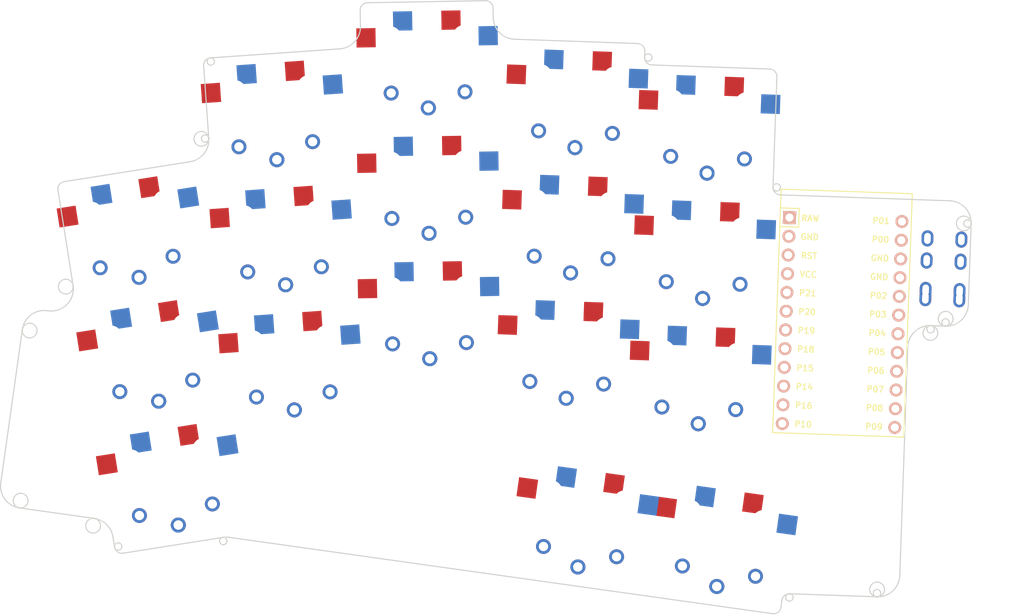
<source format=kicad_pcb>

            
(kicad_pcb (version 20171130) (host pcbnew 5.1.6)

  (page A3)
  (title_block
    (title architeuthis_dux)
    (rev v1.0.0)
    (company Unknown)
  )

  (general
    (thickness 1.6)
  )

  (layers
    (0 F.Cu signal)
    (31 B.Cu signal)
    (32 B.Adhes user)
    (33 F.Adhes user)
    (34 B.Paste user)
    (35 F.Paste user)
    (36 B.SilkS user)
    (37 F.SilkS user)
    (38 B.Mask user)
    (39 F.Mask user)
    (40 Dwgs.User user)
    (41 Cmts.User user)
    (42 Eco1.User user)
    (43 Eco2.User user)
    (44 Edge.Cuts user)
    (45 Margin user)
    (46 B.CrtYd user)
    (47 F.CrtYd user)
    (48 B.Fab user)
    (49 F.Fab user)
  )

  (setup
    (last_trace_width 0.25)
    (trace_clearance 0.2)
    (zone_clearance 0.508)
    (zone_45_only no)
    (trace_min 0.2)
    (via_size 0.8)
    (via_drill 0.4)
    (via_min_size 0.4)
    (via_min_drill 0.3)
    (uvia_size 0.3)
    (uvia_drill 0.1)
    (uvias_allowed no)
    (uvia_min_size 0.2)
    (uvia_min_drill 0.1)
    (edge_width 0.05)
    (segment_width 0.2)
    (pcb_text_width 0.3)
    (pcb_text_size 1.5 1.5)
    (mod_edge_width 0.12)
    (mod_text_size 1 1)
    (mod_text_width 0.15)
    (pad_size 1.524 1.524)
    (pad_drill 0.762)
    (pad_to_mask_clearance 0.05)
    (aux_axis_origin 0 0)
    (visible_elements FFFFFF7F)
    (pcbplotparams
      (layerselection 0x010fc_ffffffff)
      (usegerberextensions false)
      (usegerberattributes true)
      (usegerberadvancedattributes true)
      (creategerberjobfile true)
      (excludeedgelayer true)
      (linewidth 0.100000)
      (plotframeref false)
      (viasonmask false)
      (mode 1)
      (useauxorigin false)
      (hpglpennumber 1)
      (hpglpenspeed 20)
      (hpglpendiameter 15.000000)
      (psnegative false)
      (psa4output false)
      (plotreference true)
      (plotvalue true)
      (plotinvisibletext false)
      (padsonsilk false)
      (subtractmaskfromsilk false)
      (outputformat 1)
      (mirror false)
      (drillshape 1)
      (scaleselection 1)
      (outputdirectory ""))
  )

            (net 0 "")
(net 1 "=column_net")
(net 2 "GND")
(net 3 "RAW")
(net 4 "RST")
(net 5 "VCC")
(net 6 "P21")
(net 7 "P20")
(net 8 "P19")
(net 9 "P18")
(net 10 "P15")
(net 11 "P14")
(net 12 "P16")
(net 13 "P10")
(net 14 "P1")
(net 15 "P0")
(net 16 "P2")
(net 17 "P3")
(net 18 "P4")
(net 19 "P5")
(net 20 "P6")
(net 21 "P7")
(net 22 "P8")
(net 23 "P9")
            
  (net_class Default "This is the default net class."
    (clearance 0.2)
    (trace_width 0.25)
    (via_dia 0.8)
    (via_drill 0.4)
    (uvia_dia 0.3)
    (uvia_drill 0.1)
    (add_net "")
(add_net "=column_net")
(add_net "GND")
(add_net "RAW")
(add_net "RST")
(add_net "VCC")
(add_net "P21")
(add_net "P20")
(add_net "P19")
(add_net "P18")
(add_net "P15")
(add_net "P14")
(add_net "P16")
(add_net "P10")
(add_net "P1")
(add_net "P0")
(add_net "P2")
(add_net "P3")
(add_net "P4")
(add_net "P5")
(add_net "P6")
(add_net "P7")
(add_net "P8")
(add_net "P9")
  )

            
        
      (module PG1350 (layer F.Cu) (tedit 5DD50112)
      (at -2.6593859 0.2092981999999992 9)

      
      (fp_text reference "S1" (at 0 0) (layer F.SilkS) hide (effects (font (size 1.27 1.27) (thickness 0.15))))
      (fp_text value "" (at 0 0) (layer F.SilkS) hide (effects (font (size 1.27 1.27) (thickness 0.15))))

      
      (fp_line (start -7 -6) (end -7 -7) (layer Dwgs.User) (width 0.15))
      (fp_line (start -7 7) (end -6 7) (layer Dwgs.User) (width 0.15))
      (fp_line (start -6 -7) (end -7 -7) (layer Dwgs.User) (width 0.15))
      (fp_line (start -7 7) (end -7 6) (layer Dwgs.User) (width 0.15))
      (fp_line (start 7 6) (end 7 7) (layer Dwgs.User) (width 0.15))
      (fp_line (start 7 -7) (end 6 -7) (layer Dwgs.User) (width 0.15))
      (fp_line (start 6 7) (end 7 7) (layer Dwgs.User) (width 0.15))
      (fp_line (start 7 -7) (end 7 -6) (layer Dwgs.User) (width 0.15))      
      
      
      (pad "" np_thru_hole circle (at 0 0) (size 3.429 3.429) (drill 3.429) (layers *.Cu *.Mask))
        
      
      (pad "" np_thru_hole circle (at 5.5 0) (size 1.7018 1.7018) (drill 1.7018) (layers *.Cu *.Mask))
      (pad "" np_thru_hole circle (at -5.5 0) (size 1.7018 1.7018) (drill 1.7018) (layers *.Cu *.Mask))
      
        
      
      (fp_line (start -9 -8.5) (end 9 -8.5) (layer Dwgs.User) (width 0.15))
      (fp_line (start 9 -8.5) (end 9 8.5) (layer Dwgs.User) (width 0.15))
      (fp_line (start 9 8.5) (end -9 8.5) (layer Dwgs.User) (width 0.15))
      (fp_line (start -9 8.5) (end -9 -8.5) (layer Dwgs.User) (width 0.15))
      
        
          
          (pad "" np_thru_hole circle (at 5 -3.75) (size 3 3) (drill 3) (layers *.Cu *.Mask))
          (pad "" np_thru_hole circle (at 0 -5.95) (size 3 3) (drill 3) (layers *.Cu *.Mask))
      
          
          (pad 1 smd rect (at -3.275 -5.95 9) (size 2.6 2.6) (layers B.Cu B.Paste B.Mask)  (net 1 "=column_net"))
          (pad 2 smd rect (at 8.275 -3.75 9) (size 2.6 2.6) (layers B.Cu B.Paste B.Mask)  (net 2 "GND"))
        
        
          
          (pad "" np_thru_hole circle (at -5 -3.75) (size 3 3) (drill 3) (layers *.Cu *.Mask))
          (pad "" np_thru_hole circle (at 0 -5.95) (size 3 3) (drill 3) (layers *.Cu *.Mask))
      
          
          (pad 1 smd rect (at 3.275 -5.95 9) (size 2.6 2.6) (layers F.Cu F.Paste F.Mask)  (net 1 "=column_net"))
          (pad 2 smd rect (at -8.275 -3.75 9) (size 2.6 2.6) (layers F.Cu F.Paste F.Mask)  (net 2 "GND"))
        )
        

        
      (module PG1350 (layer F.Cu) (tedit 5DD50112)
      (at -5.3187718 -16.5814036 9)

      
      (fp_text reference "S2" (at 0 0) (layer F.SilkS) hide (effects (font (size 1.27 1.27) (thickness 0.15))))
      (fp_text value "" (at 0 0) (layer F.SilkS) hide (effects (font (size 1.27 1.27) (thickness 0.15))))

      
      (fp_line (start -7 -6) (end -7 -7) (layer Dwgs.User) (width 0.15))
      (fp_line (start -7 7) (end -6 7) (layer Dwgs.User) (width 0.15))
      (fp_line (start -6 -7) (end -7 -7) (layer Dwgs.User) (width 0.15))
      (fp_line (start -7 7) (end -7 6) (layer Dwgs.User) (width 0.15))
      (fp_line (start 7 6) (end 7 7) (layer Dwgs.User) (width 0.15))
      (fp_line (start 7 -7) (end 6 -7) (layer Dwgs.User) (width 0.15))
      (fp_line (start 6 7) (end 7 7) (layer Dwgs.User) (width 0.15))
      (fp_line (start 7 -7) (end 7 -6) (layer Dwgs.User) (width 0.15))      
      
      
      (pad "" np_thru_hole circle (at 0 0) (size 3.429 3.429) (drill 3.429) (layers *.Cu *.Mask))
        
      
      (pad "" np_thru_hole circle (at 5.5 0) (size 1.7018 1.7018) (drill 1.7018) (layers *.Cu *.Mask))
      (pad "" np_thru_hole circle (at -5.5 0) (size 1.7018 1.7018) (drill 1.7018) (layers *.Cu *.Mask))
      
        
      
      (fp_line (start -9 -8.5) (end 9 -8.5) (layer Dwgs.User) (width 0.15))
      (fp_line (start 9 -8.5) (end 9 8.5) (layer Dwgs.User) (width 0.15))
      (fp_line (start 9 8.5) (end -9 8.5) (layer Dwgs.User) (width 0.15))
      (fp_line (start -9 8.5) (end -9 -8.5) (layer Dwgs.User) (width 0.15))
      
        
          
          (pad "" np_thru_hole circle (at 5 -3.75) (size 3 3) (drill 3) (layers *.Cu *.Mask))
          (pad "" np_thru_hole circle (at 0 -5.95) (size 3 3) (drill 3) (layers *.Cu *.Mask))
      
          
          (pad 1 smd rect (at -3.275 -5.95 9) (size 2.6 2.6) (layers B.Cu B.Paste B.Mask)  (net 1 "=column_net"))
          (pad 2 smd rect (at 8.275 -3.75 9) (size 2.6 2.6) (layers B.Cu B.Paste B.Mask)  (net 2 "GND"))
        
        
          
          (pad "" np_thru_hole circle (at -5 -3.75) (size 3 3) (drill 3) (layers *.Cu *.Mask))
          (pad "" np_thru_hole circle (at 0 -5.95) (size 3 3) (drill 3) (layers *.Cu *.Mask))
      
          
          (pad 1 smd rect (at 3.275 -5.95 9) (size 2.6 2.6) (layers F.Cu F.Paste F.Mask)  (net 1 "=column_net"))
          (pad 2 smd rect (at -8.275 -3.75 9) (size 2.6 2.6) (layers F.Cu F.Paste F.Mask)  (net 2 "GND"))
        )
        

        
      (module PG1350 (layer F.Cu) (tedit 5DD50112)
      (at -7.978157700000001 -33.3721054 9)

      
      (fp_text reference "S3" (at 0 0) (layer F.SilkS) hide (effects (font (size 1.27 1.27) (thickness 0.15))))
      (fp_text value "" (at 0 0) (layer F.SilkS) hide (effects (font (size 1.27 1.27) (thickness 0.15))))

      
      (fp_line (start -7 -6) (end -7 -7) (layer Dwgs.User) (width 0.15))
      (fp_line (start -7 7) (end -6 7) (layer Dwgs.User) (width 0.15))
      (fp_line (start -6 -7) (end -7 -7) (layer Dwgs.User) (width 0.15))
      (fp_line (start -7 7) (end -7 6) (layer Dwgs.User) (width 0.15))
      (fp_line (start 7 6) (end 7 7) (layer Dwgs.User) (width 0.15))
      (fp_line (start 7 -7) (end 6 -7) (layer Dwgs.User) (width 0.15))
      (fp_line (start 6 7) (end 7 7) (layer Dwgs.User) (width 0.15))
      (fp_line (start 7 -7) (end 7 -6) (layer Dwgs.User) (width 0.15))      
      
      
      (pad "" np_thru_hole circle (at 0 0) (size 3.429 3.429) (drill 3.429) (layers *.Cu *.Mask))
        
      
      (pad "" np_thru_hole circle (at 5.5 0) (size 1.7018 1.7018) (drill 1.7018) (layers *.Cu *.Mask))
      (pad "" np_thru_hole circle (at -5.5 0) (size 1.7018 1.7018) (drill 1.7018) (layers *.Cu *.Mask))
      
        
      
      (fp_line (start -9 -8.5) (end 9 -8.5) (layer Dwgs.User) (width 0.15))
      (fp_line (start 9 -8.5) (end 9 8.5) (layer Dwgs.User) (width 0.15))
      (fp_line (start 9 8.5) (end -9 8.5) (layer Dwgs.User) (width 0.15))
      (fp_line (start -9 8.5) (end -9 -8.5) (layer Dwgs.User) (width 0.15))
      
        
          
          (pad "" np_thru_hole circle (at 5 -3.75) (size 3 3) (drill 3) (layers *.Cu *.Mask))
          (pad "" np_thru_hole circle (at 0 -5.95) (size 3 3) (drill 3) (layers *.Cu *.Mask))
      
          
          (pad 1 smd rect (at -3.275 -5.95 9) (size 2.6 2.6) (layers B.Cu B.Paste B.Mask)  (net 1 "=column_net"))
          (pad 2 smd rect (at 8.275 -3.75 9) (size 2.6 2.6) (layers B.Cu B.Paste B.Mask)  (net 2 "GND"))
        
        
          
          (pad "" np_thru_hole circle (at -5 -3.75) (size 3 3) (drill 3) (layers *.Cu *.Mask))
          (pad "" np_thru_hole circle (at 0 -5.95) (size 3 3) (drill 3) (layers *.Cu *.Mask))
      
          
          (pad 1 smd rect (at 3.275 -5.95 9) (size 2.6 2.6) (layers F.Cu F.Paste F.Mask)  (net 1 "=column_net"))
          (pad 2 smd rect (at -8.275 -3.75 9) (size 2.6 2.6) (layers F.Cu F.Paste F.Mask)  (net 2 "GND"))
        )
        

        
      (module PG1350 (layer F.Cu) (tedit 5DD50112)
      (at 13.5711937 -15.457923199999998 4)

      
      (fp_text reference "S4" (at 0 0) (layer F.SilkS) hide (effects (font (size 1.27 1.27) (thickness 0.15))))
      (fp_text value "" (at 0 0) (layer F.SilkS) hide (effects (font (size 1.27 1.27) (thickness 0.15))))

      
      (fp_line (start -7 -6) (end -7 -7) (layer Dwgs.User) (width 0.15))
      (fp_line (start -7 7) (end -6 7) (layer Dwgs.User) (width 0.15))
      (fp_line (start -6 -7) (end -7 -7) (layer Dwgs.User) (width 0.15))
      (fp_line (start -7 7) (end -7 6) (layer Dwgs.User) (width 0.15))
      (fp_line (start 7 6) (end 7 7) (layer Dwgs.User) (width 0.15))
      (fp_line (start 7 -7) (end 6 -7) (layer Dwgs.User) (width 0.15))
      (fp_line (start 6 7) (end 7 7) (layer Dwgs.User) (width 0.15))
      (fp_line (start 7 -7) (end 7 -6) (layer Dwgs.User) (width 0.15))      
      
      
      (pad "" np_thru_hole circle (at 0 0) (size 3.429 3.429) (drill 3.429) (layers *.Cu *.Mask))
        
      
      (pad "" np_thru_hole circle (at 5.5 0) (size 1.7018 1.7018) (drill 1.7018) (layers *.Cu *.Mask))
      (pad "" np_thru_hole circle (at -5.5 0) (size 1.7018 1.7018) (drill 1.7018) (layers *.Cu *.Mask))
      
        
      
      (fp_line (start -9 -8.5) (end 9 -8.5) (layer Dwgs.User) (width 0.15))
      (fp_line (start 9 -8.5) (end 9 8.5) (layer Dwgs.User) (width 0.15))
      (fp_line (start 9 8.5) (end -9 8.5) (layer Dwgs.User) (width 0.15))
      (fp_line (start -9 8.5) (end -9 -8.5) (layer Dwgs.User) (width 0.15))
      
        
          
          (pad "" np_thru_hole circle (at 5 -3.75) (size 3 3) (drill 3) (layers *.Cu *.Mask))
          (pad "" np_thru_hole circle (at 0 -5.95) (size 3 3) (drill 3) (layers *.Cu *.Mask))
      
          
          (pad 1 smd rect (at -3.275 -5.95 4) (size 2.6 2.6) (layers B.Cu B.Paste B.Mask)  (net 1 "=column_net"))
          (pad 2 smd rect (at 8.275 -3.75 4) (size 2.6 2.6) (layers B.Cu B.Paste B.Mask)  (net 2 "GND"))
        
        
          
          (pad "" np_thru_hole circle (at -5 -3.75) (size 3 3) (drill 3) (layers *.Cu *.Mask))
          (pad "" np_thru_hole circle (at 0 -5.95) (size 3 3) (drill 3) (layers *.Cu *.Mask))
      
          
          (pad 1 smd rect (at 3.275 -5.95 4) (size 2.6 2.6) (layers F.Cu F.Paste F.Mask)  (net 1 "=column_net"))
          (pad 2 smd rect (at -8.275 -3.75 4) (size 2.6 2.6) (layers F.Cu F.Paste F.Mask)  (net 2 "GND"))
        )
        

        
      (module PG1350 (layer F.Cu) (tedit 5DD50112)
      (at 12.385333600000001 -32.4165121 4)

      
      (fp_text reference "S5" (at 0 0) (layer F.SilkS) hide (effects (font (size 1.27 1.27) (thickness 0.15))))
      (fp_text value "" (at 0 0) (layer F.SilkS) hide (effects (font (size 1.27 1.27) (thickness 0.15))))

      
      (fp_line (start -7 -6) (end -7 -7) (layer Dwgs.User) (width 0.15))
      (fp_line (start -7 7) (end -6 7) (layer Dwgs.User) (width 0.15))
      (fp_line (start -6 -7) (end -7 -7) (layer Dwgs.User) (width 0.15))
      (fp_line (start -7 7) (end -7 6) (layer Dwgs.User) (width 0.15))
      (fp_line (start 7 6) (end 7 7) (layer Dwgs.User) (width 0.15))
      (fp_line (start 7 -7) (end 6 -7) (layer Dwgs.User) (width 0.15))
      (fp_line (start 6 7) (end 7 7) (layer Dwgs.User) (width 0.15))
      (fp_line (start 7 -7) (end 7 -6) (layer Dwgs.User) (width 0.15))      
      
      
      (pad "" np_thru_hole circle (at 0 0) (size 3.429 3.429) (drill 3.429) (layers *.Cu *.Mask))
        
      
      (pad "" np_thru_hole circle (at 5.5 0) (size 1.7018 1.7018) (drill 1.7018) (layers *.Cu *.Mask))
      (pad "" np_thru_hole circle (at -5.5 0) (size 1.7018 1.7018) (drill 1.7018) (layers *.Cu *.Mask))
      
        
      
      (fp_line (start -9 -8.5) (end 9 -8.5) (layer Dwgs.User) (width 0.15))
      (fp_line (start 9 -8.5) (end 9 8.5) (layer Dwgs.User) (width 0.15))
      (fp_line (start 9 8.5) (end -9 8.5) (layer Dwgs.User) (width 0.15))
      (fp_line (start -9 8.5) (end -9 -8.5) (layer Dwgs.User) (width 0.15))
      
        
          
          (pad "" np_thru_hole circle (at 5 -3.75) (size 3 3) (drill 3) (layers *.Cu *.Mask))
          (pad "" np_thru_hole circle (at 0 -5.95) (size 3 3) (drill 3) (layers *.Cu *.Mask))
      
          
          (pad 1 smd rect (at -3.275 -5.95 4) (size 2.6 2.6) (layers B.Cu B.Paste B.Mask)  (net 1 "=column_net"))
          (pad 2 smd rect (at 8.275 -3.75 4) (size 2.6 2.6) (layers B.Cu B.Paste B.Mask)  (net 2 "GND"))
        
        
          
          (pad "" np_thru_hole circle (at -5 -3.75) (size 3 3) (drill 3) (layers *.Cu *.Mask))
          (pad "" np_thru_hole circle (at 0 -5.95) (size 3 3) (drill 3) (layers *.Cu *.Mask))
      
          
          (pad 1 smd rect (at 3.275 -5.95 4) (size 2.6 2.6) (layers F.Cu F.Paste F.Mask)  (net 1 "=column_net"))
          (pad 2 smd rect (at -8.275 -3.75 4) (size 2.6 2.6) (layers F.Cu F.Paste F.Mask)  (net 2 "GND"))
        )
        

        
      (module PG1350 (layer F.Cu) (tedit 5DD50112)
      (at 11.199473500000002 -49.375101 4)

      
      (fp_text reference "S6" (at 0 0) (layer F.SilkS) hide (effects (font (size 1.27 1.27) (thickness 0.15))))
      (fp_text value "" (at 0 0) (layer F.SilkS) hide (effects (font (size 1.27 1.27) (thickness 0.15))))

      
      (fp_line (start -7 -6) (end -7 -7) (layer Dwgs.User) (width 0.15))
      (fp_line (start -7 7) (end -6 7) (layer Dwgs.User) (width 0.15))
      (fp_line (start -6 -7) (end -7 -7) (layer Dwgs.User) (width 0.15))
      (fp_line (start -7 7) (end -7 6) (layer Dwgs.User) (width 0.15))
      (fp_line (start 7 6) (end 7 7) (layer Dwgs.User) (width 0.15))
      (fp_line (start 7 -7) (end 6 -7) (layer Dwgs.User) (width 0.15))
      (fp_line (start 6 7) (end 7 7) (layer Dwgs.User) (width 0.15))
      (fp_line (start 7 -7) (end 7 -6) (layer Dwgs.User) (width 0.15))      
      
      
      (pad "" np_thru_hole circle (at 0 0) (size 3.429 3.429) (drill 3.429) (layers *.Cu *.Mask))
        
      
      (pad "" np_thru_hole circle (at 5.5 0) (size 1.7018 1.7018) (drill 1.7018) (layers *.Cu *.Mask))
      (pad "" np_thru_hole circle (at -5.5 0) (size 1.7018 1.7018) (drill 1.7018) (layers *.Cu *.Mask))
      
        
      
      (fp_line (start -9 -8.5) (end 9 -8.5) (layer Dwgs.User) (width 0.15))
      (fp_line (start 9 -8.5) (end 9 8.5) (layer Dwgs.User) (width 0.15))
      (fp_line (start 9 8.5) (end -9 8.5) (layer Dwgs.User) (width 0.15))
      (fp_line (start -9 8.5) (end -9 -8.5) (layer Dwgs.User) (width 0.15))
      
        
          
          (pad "" np_thru_hole circle (at 5 -3.75) (size 3 3) (drill 3) (layers *.Cu *.Mask))
          (pad "" np_thru_hole circle (at 0 -5.95) (size 3 3) (drill 3) (layers *.Cu *.Mask))
      
          
          (pad 1 smd rect (at -3.275 -5.95 4) (size 2.6 2.6) (layers B.Cu B.Paste B.Mask)  (net 1 "=column_net"))
          (pad 2 smd rect (at 8.275 -3.75 4) (size 2.6 2.6) (layers B.Cu B.Paste B.Mask)  (net 2 "GND"))
        
        
          
          (pad "" np_thru_hole circle (at -5 -3.75) (size 3 3) (drill 3) (layers *.Cu *.Mask))
          (pad "" np_thru_hole circle (at 0 -5.95) (size 3 3) (drill 3) (layers *.Cu *.Mask))
      
          
          (pad 1 smd rect (at 3.275 -5.95 4) (size 2.6 2.6) (layers F.Cu F.Paste F.Mask)  (net 1 "=column_net"))
          (pad 2 smd rect (at -8.275 -3.75 4) (size 2.6 2.6) (layers F.Cu F.Paste F.Mask)  (net 2 "GND"))
        )
        

        
      (module PG1350 (layer F.Cu) (tedit 5DD50112)
      (at 32.2211985 -22.4087152 1)

      
      (fp_text reference "S7" (at 0 0) (layer F.SilkS) hide (effects (font (size 1.27 1.27) (thickness 0.15))))
      (fp_text value "" (at 0 0) (layer F.SilkS) hide (effects (font (size 1.27 1.27) (thickness 0.15))))

      
      (fp_line (start -7 -6) (end -7 -7) (layer Dwgs.User) (width 0.15))
      (fp_line (start -7 7) (end -6 7) (layer Dwgs.User) (width 0.15))
      (fp_line (start -6 -7) (end -7 -7) (layer Dwgs.User) (width 0.15))
      (fp_line (start -7 7) (end -7 6) (layer Dwgs.User) (width 0.15))
      (fp_line (start 7 6) (end 7 7) (layer Dwgs.User) (width 0.15))
      (fp_line (start 7 -7) (end 6 -7) (layer Dwgs.User) (width 0.15))
      (fp_line (start 6 7) (end 7 7) (layer Dwgs.User) (width 0.15))
      (fp_line (start 7 -7) (end 7 -6) (layer Dwgs.User) (width 0.15))      
      
      
      (pad "" np_thru_hole circle (at 0 0) (size 3.429 3.429) (drill 3.429) (layers *.Cu *.Mask))
        
      
      (pad "" np_thru_hole circle (at 5.5 0) (size 1.7018 1.7018) (drill 1.7018) (layers *.Cu *.Mask))
      (pad "" np_thru_hole circle (at -5.5 0) (size 1.7018 1.7018) (drill 1.7018) (layers *.Cu *.Mask))
      
        
      
      (fp_line (start -9 -8.5) (end 9 -8.5) (layer Dwgs.User) (width 0.15))
      (fp_line (start 9 -8.5) (end 9 8.5) (layer Dwgs.User) (width 0.15))
      (fp_line (start 9 8.5) (end -9 8.5) (layer Dwgs.User) (width 0.15))
      (fp_line (start -9 8.5) (end -9 -8.5) (layer Dwgs.User) (width 0.15))
      
        
          
          (pad "" np_thru_hole circle (at 5 -3.75) (size 3 3) (drill 3) (layers *.Cu *.Mask))
          (pad "" np_thru_hole circle (at 0 -5.95) (size 3 3) (drill 3) (layers *.Cu *.Mask))
      
          
          (pad 1 smd rect (at -3.275 -5.95 1) (size 2.6 2.6) (layers B.Cu B.Paste B.Mask)  (net 1 "=column_net"))
          (pad 2 smd rect (at 8.275 -3.75 1) (size 2.6 2.6) (layers B.Cu B.Paste B.Mask)  (net 2 "GND"))
        
        
          
          (pad "" np_thru_hole circle (at -5 -3.75) (size 3 3) (drill 3) (layers *.Cu *.Mask))
          (pad "" np_thru_hole circle (at 0 -5.95) (size 3 3) (drill 3) (layers *.Cu *.Mask))
      
          
          (pad 1 smd rect (at 3.275 -5.95 1) (size 2.6 2.6) (layers F.Cu F.Paste F.Mask)  (net 1 "=column_net"))
          (pad 2 smd rect (at -8.275 -3.75 1) (size 2.6 2.6) (layers F.Cu F.Paste F.Mask)  (net 2 "GND"))
        )
        

        
      (module PG1350 (layer F.Cu) (tedit 5DD50112)
      (at 32.1244771 -39.4096165 1)

      
      (fp_text reference "S8" (at 0 0) (layer F.SilkS) hide (effects (font (size 1.27 1.27) (thickness 0.15))))
      (fp_text value "" (at 0 0) (layer F.SilkS) hide (effects (font (size 1.27 1.27) (thickness 0.15))))

      
      (fp_line (start -7 -6) (end -7 -7) (layer Dwgs.User) (width 0.15))
      (fp_line (start -7 7) (end -6 7) (layer Dwgs.User) (width 0.15))
      (fp_line (start -6 -7) (end -7 -7) (layer Dwgs.User) (width 0.15))
      (fp_line (start -7 7) (end -7 6) (layer Dwgs.User) (width 0.15))
      (fp_line (start 7 6) (end 7 7) (layer Dwgs.User) (width 0.15))
      (fp_line (start 7 -7) (end 6 -7) (layer Dwgs.User) (width 0.15))
      (fp_line (start 6 7) (end 7 7) (layer Dwgs.User) (width 0.15))
      (fp_line (start 7 -7) (end 7 -6) (layer Dwgs.User) (width 0.15))      
      
      
      (pad "" np_thru_hole circle (at 0 0) (size 3.429 3.429) (drill 3.429) (layers *.Cu *.Mask))
        
      
      (pad "" np_thru_hole circle (at 5.5 0) (size 1.7018 1.7018) (drill 1.7018) (layers *.Cu *.Mask))
      (pad "" np_thru_hole circle (at -5.5 0) (size 1.7018 1.7018) (drill 1.7018) (layers *.Cu *.Mask))
      
        
      
      (fp_line (start -9 -8.5) (end 9 -8.5) (layer Dwgs.User) (width 0.15))
      (fp_line (start 9 -8.5) (end 9 8.5) (layer Dwgs.User) (width 0.15))
      (fp_line (start 9 8.5) (end -9 8.5) (layer Dwgs.User) (width 0.15))
      (fp_line (start -9 8.5) (end -9 -8.5) (layer Dwgs.User) (width 0.15))
      
        
          
          (pad "" np_thru_hole circle (at 5 -3.75) (size 3 3) (drill 3) (layers *.Cu *.Mask))
          (pad "" np_thru_hole circle (at 0 -5.95) (size 3 3) (drill 3) (layers *.Cu *.Mask))
      
          
          (pad 1 smd rect (at -3.275 -5.95 1) (size 2.6 2.6) (layers B.Cu B.Paste B.Mask)  (net 1 "=column_net"))
          (pad 2 smd rect (at 8.275 -3.75 1) (size 2.6 2.6) (layers B.Cu B.Paste B.Mask)  (net 2 "GND"))
        
        
          
          (pad "" np_thru_hole circle (at -5 -3.75) (size 3 3) (drill 3) (layers *.Cu *.Mask))
          (pad "" np_thru_hole circle (at 0 -5.95) (size 3 3) (drill 3) (layers *.Cu *.Mask))
      
          
          (pad 1 smd rect (at 3.275 -5.95 1) (size 2.6 2.6) (layers F.Cu F.Paste F.Mask)  (net 1 "=column_net"))
          (pad 2 smd rect (at -8.275 -3.75 1) (size 2.6 2.6) (layers F.Cu F.Paste F.Mask)  (net 2 "GND"))
        )
        

        
      (module PG1350 (layer F.Cu) (tedit 5DD50112)
      (at 32.0277557 -56.410517799999994 1)

      
      (fp_text reference "S9" (at 0 0) (layer F.SilkS) hide (effects (font (size 1.27 1.27) (thickness 0.15))))
      (fp_text value "" (at 0 0) (layer F.SilkS) hide (effects (font (size 1.27 1.27) (thickness 0.15))))

      
      (fp_line (start -7 -6) (end -7 -7) (layer Dwgs.User) (width 0.15))
      (fp_line (start -7 7) (end -6 7) (layer Dwgs.User) (width 0.15))
      (fp_line (start -6 -7) (end -7 -7) (layer Dwgs.User) (width 0.15))
      (fp_line (start -7 7) (end -7 6) (layer Dwgs.User) (width 0.15))
      (fp_line (start 7 6) (end 7 7) (layer Dwgs.User) (width 0.15))
      (fp_line (start 7 -7) (end 6 -7) (layer Dwgs.User) (width 0.15))
      (fp_line (start 6 7) (end 7 7) (layer Dwgs.User) (width 0.15))
      (fp_line (start 7 -7) (end 7 -6) (layer Dwgs.User) (width 0.15))      
      
      
      (pad "" np_thru_hole circle (at 0 0) (size 3.429 3.429) (drill 3.429) (layers *.Cu *.Mask))
        
      
      (pad "" np_thru_hole circle (at 5.5 0) (size 1.7018 1.7018) (drill 1.7018) (layers *.Cu *.Mask))
      (pad "" np_thru_hole circle (at -5.5 0) (size 1.7018 1.7018) (drill 1.7018) (layers *.Cu *.Mask))
      
        
      
      (fp_line (start -9 -8.5) (end 9 -8.5) (layer Dwgs.User) (width 0.15))
      (fp_line (start 9 -8.5) (end 9 8.5) (layer Dwgs.User) (width 0.15))
      (fp_line (start 9 8.5) (end -9 8.5) (layer Dwgs.User) (width 0.15))
      (fp_line (start -9 8.5) (end -9 -8.5) (layer Dwgs.User) (width 0.15))
      
        
          
          (pad "" np_thru_hole circle (at 5 -3.75) (size 3 3) (drill 3) (layers *.Cu *.Mask))
          (pad "" np_thru_hole circle (at 0 -5.95) (size 3 3) (drill 3) (layers *.Cu *.Mask))
      
          
          (pad 1 smd rect (at -3.275 -5.95 1) (size 2.6 2.6) (layers B.Cu B.Paste B.Mask)  (net 1 "=column_net"))
          (pad 2 smd rect (at 8.275 -3.75 1) (size 2.6 2.6) (layers B.Cu B.Paste B.Mask)  (net 2 "GND"))
        
        
          
          (pad "" np_thru_hole circle (at -5 -3.75) (size 3 3) (drill 3) (layers *.Cu *.Mask))
          (pad "" np_thru_hole circle (at 0 -5.95) (size 3 3) (drill 3) (layers *.Cu *.Mask))
      
          
          (pad 1 smd rect (at 3.275 -5.95 1) (size 2.6 2.6) (layers F.Cu F.Paste F.Mask)  (net 1 "=column_net"))
          (pad 2 smd rect (at -8.275 -3.75 1) (size 2.6 2.6) (layers F.Cu F.Paste F.Mask)  (net 2 "GND"))
        )
        

        
      (module PG1350 (layer F.Cu) (tedit 5DD50112)
      (at 51.007366899999994 -17.0457976 -2)

      
      (fp_text reference "S10" (at 0 0) (layer F.SilkS) hide (effects (font (size 1.27 1.27) (thickness 0.15))))
      (fp_text value "" (at 0 0) (layer F.SilkS) hide (effects (font (size 1.27 1.27) (thickness 0.15))))

      
      (fp_line (start -7 -6) (end -7 -7) (layer Dwgs.User) (width 0.15))
      (fp_line (start -7 7) (end -6 7) (layer Dwgs.User) (width 0.15))
      (fp_line (start -6 -7) (end -7 -7) (layer Dwgs.User) (width 0.15))
      (fp_line (start -7 7) (end -7 6) (layer Dwgs.User) (width 0.15))
      (fp_line (start 7 6) (end 7 7) (layer Dwgs.User) (width 0.15))
      (fp_line (start 7 -7) (end 6 -7) (layer Dwgs.User) (width 0.15))
      (fp_line (start 6 7) (end 7 7) (layer Dwgs.User) (width 0.15))
      (fp_line (start 7 -7) (end 7 -6) (layer Dwgs.User) (width 0.15))      
      
      
      (pad "" np_thru_hole circle (at 0 0) (size 3.429 3.429) (drill 3.429) (layers *.Cu *.Mask))
        
      
      (pad "" np_thru_hole circle (at 5.5 0) (size 1.7018 1.7018) (drill 1.7018) (layers *.Cu *.Mask))
      (pad "" np_thru_hole circle (at -5.5 0) (size 1.7018 1.7018) (drill 1.7018) (layers *.Cu *.Mask))
      
        
      
      (fp_line (start -9 -8.5) (end 9 -8.5) (layer Dwgs.User) (width 0.15))
      (fp_line (start 9 -8.5) (end 9 8.5) (layer Dwgs.User) (width 0.15))
      (fp_line (start 9 8.5) (end -9 8.5) (layer Dwgs.User) (width 0.15))
      (fp_line (start -9 8.5) (end -9 -8.5) (layer Dwgs.User) (width 0.15))
      
        
          
          (pad "" np_thru_hole circle (at 5 -3.75) (size 3 3) (drill 3) (layers *.Cu *.Mask))
          (pad "" np_thru_hole circle (at 0 -5.95) (size 3 3) (drill 3) (layers *.Cu *.Mask))
      
          
          (pad 1 smd rect (at -3.275 -5.95 -2) (size 2.6 2.6) (layers B.Cu B.Paste B.Mask)  (net 1 "=column_net"))
          (pad 2 smd rect (at 8.275 -3.75 -2) (size 2.6 2.6) (layers B.Cu B.Paste B.Mask)  (net 2 "GND"))
        
        
          
          (pad "" np_thru_hole circle (at -5 -3.75) (size 3 3) (drill 3) (layers *.Cu *.Mask))
          (pad "" np_thru_hole circle (at 0 -5.95) (size 3 3) (drill 3) (layers *.Cu *.Mask))
      
          
          (pad 1 smd rect (at 3.275 -5.95 -2) (size 2.6 2.6) (layers F.Cu F.Paste F.Mask)  (net 1 "=column_net"))
          (pad 2 smd rect (at -8.275 -3.75 -2) (size 2.6 2.6) (layers F.Cu F.Paste F.Mask)  (net 2 "GND"))
        )
        

        
      (module PG1350 (layer F.Cu) (tedit 5DD50112)
      (at 51.60065829999999 -34.0354417 -2)

      
      (fp_text reference "S11" (at 0 0) (layer F.SilkS) hide (effects (font (size 1.27 1.27) (thickness 0.15))))
      (fp_text value "" (at 0 0) (layer F.SilkS) hide (effects (font (size 1.27 1.27) (thickness 0.15))))

      
      (fp_line (start -7 -6) (end -7 -7) (layer Dwgs.User) (width 0.15))
      (fp_line (start -7 7) (end -6 7) (layer Dwgs.User) (width 0.15))
      (fp_line (start -6 -7) (end -7 -7) (layer Dwgs.User) (width 0.15))
      (fp_line (start -7 7) (end -7 6) (layer Dwgs.User) (width 0.15))
      (fp_line (start 7 6) (end 7 7) (layer Dwgs.User) (width 0.15))
      (fp_line (start 7 -7) (end 6 -7) (layer Dwgs.User) (width 0.15))
      (fp_line (start 6 7) (end 7 7) (layer Dwgs.User) (width 0.15))
      (fp_line (start 7 -7) (end 7 -6) (layer Dwgs.User) (width 0.15))      
      
      
      (pad "" np_thru_hole circle (at 0 0) (size 3.429 3.429) (drill 3.429) (layers *.Cu *.Mask))
        
      
      (pad "" np_thru_hole circle (at 5.5 0) (size 1.7018 1.7018) (drill 1.7018) (layers *.Cu *.Mask))
      (pad "" np_thru_hole circle (at -5.5 0) (size 1.7018 1.7018) (drill 1.7018) (layers *.Cu *.Mask))
      
        
      
      (fp_line (start -9 -8.5) (end 9 -8.5) (layer Dwgs.User) (width 0.15))
      (fp_line (start 9 -8.5) (end 9 8.5) (layer Dwgs.User) (width 0.15))
      (fp_line (start 9 8.5) (end -9 8.5) (layer Dwgs.User) (width 0.15))
      (fp_line (start -9 8.5) (end -9 -8.5) (layer Dwgs.User) (width 0.15))
      
        
          
          (pad "" np_thru_hole circle (at 5 -3.75) (size 3 3) (drill 3) (layers *.Cu *.Mask))
          (pad "" np_thru_hole circle (at 0 -5.95) (size 3 3) (drill 3) (layers *.Cu *.Mask))
      
          
          (pad 1 smd rect (at -3.275 -5.95 -2) (size 2.6 2.6) (layers B.Cu B.Paste B.Mask)  (net 1 "=column_net"))
          (pad 2 smd rect (at 8.275 -3.75 -2) (size 2.6 2.6) (layers B.Cu B.Paste B.Mask)  (net 2 "GND"))
        
        
          
          (pad "" np_thru_hole circle (at -5 -3.75) (size 3 3) (drill 3) (layers *.Cu *.Mask))
          (pad "" np_thru_hole circle (at 0 -5.95) (size 3 3) (drill 3) (layers *.Cu *.Mask))
      
          
          (pad 1 smd rect (at 3.275 -5.95 -2) (size 2.6 2.6) (layers F.Cu F.Paste F.Mask)  (net 1 "=column_net"))
          (pad 2 smd rect (at -8.275 -3.75 -2) (size 2.6 2.6) (layers F.Cu F.Paste F.Mask)  (net 2 "GND"))
        )
        

        
      (module PG1350 (layer F.Cu) (tedit 5DD50112)
      (at 52.19394969999999 -51.0250858 -2)

      
      (fp_text reference "S12" (at 0 0) (layer F.SilkS) hide (effects (font (size 1.27 1.27) (thickness 0.15))))
      (fp_text value "" (at 0 0) (layer F.SilkS) hide (effects (font (size 1.27 1.27) (thickness 0.15))))

      
      (fp_line (start -7 -6) (end -7 -7) (layer Dwgs.User) (width 0.15))
      (fp_line (start -7 7) (end -6 7) (layer Dwgs.User) (width 0.15))
      (fp_line (start -6 -7) (end -7 -7) (layer Dwgs.User) (width 0.15))
      (fp_line (start -7 7) (end -7 6) (layer Dwgs.User) (width 0.15))
      (fp_line (start 7 6) (end 7 7) (layer Dwgs.User) (width 0.15))
      (fp_line (start 7 -7) (end 6 -7) (layer Dwgs.User) (width 0.15))
      (fp_line (start 6 7) (end 7 7) (layer Dwgs.User) (width 0.15))
      (fp_line (start 7 -7) (end 7 -6) (layer Dwgs.User) (width 0.15))      
      
      
      (pad "" np_thru_hole circle (at 0 0) (size 3.429 3.429) (drill 3.429) (layers *.Cu *.Mask))
        
      
      (pad "" np_thru_hole circle (at 5.5 0) (size 1.7018 1.7018) (drill 1.7018) (layers *.Cu *.Mask))
      (pad "" np_thru_hole circle (at -5.5 0) (size 1.7018 1.7018) (drill 1.7018) (layers *.Cu *.Mask))
      
        
      
      (fp_line (start -9 -8.5) (end 9 -8.5) (layer Dwgs.User) (width 0.15))
      (fp_line (start 9 -8.5) (end 9 8.5) (layer Dwgs.User) (width 0.15))
      (fp_line (start 9 8.5) (end -9 8.5) (layer Dwgs.User) (width 0.15))
      (fp_line (start -9 8.5) (end -9 -8.5) (layer Dwgs.User) (width 0.15))
      
        
          
          (pad "" np_thru_hole circle (at 5 -3.75) (size 3 3) (drill 3) (layers *.Cu *.Mask))
          (pad "" np_thru_hole circle (at 0 -5.95) (size 3 3) (drill 3) (layers *.Cu *.Mask))
      
          
          (pad 1 smd rect (at -3.275 -5.95 -2) (size 2.6 2.6) (layers B.Cu B.Paste B.Mask)  (net 1 "=column_net"))
          (pad 2 smd rect (at 8.275 -3.75 -2) (size 2.6 2.6) (layers B.Cu B.Paste B.Mask)  (net 2 "GND"))
        
        
          
          (pad "" np_thru_hole circle (at -5 -3.75) (size 3 3) (drill 3) (layers *.Cu *.Mask))
          (pad "" np_thru_hole circle (at 0 -5.95) (size 3 3) (drill 3) (layers *.Cu *.Mask))
      
          
          (pad 1 smd rect (at 3.275 -5.95 -2) (size 2.6 2.6) (layers F.Cu F.Paste F.Mask)  (net 1 "=column_net"))
          (pad 2 smd rect (at -8.275 -3.75 -2) (size 2.6 2.6) (layers F.Cu F.Paste F.Mask)  (net 2 "GND"))
        )
        

        
      (module PG1350 (layer F.Cu) (tedit 5DD50112)
      (at 68.8975198 -13.585999399999999 -2)

      
      (fp_text reference "S13" (at 0 0) (layer F.SilkS) hide (effects (font (size 1.27 1.27) (thickness 0.15))))
      (fp_text value "" (at 0 0) (layer F.SilkS) hide (effects (font (size 1.27 1.27) (thickness 0.15))))

      
      (fp_line (start -7 -6) (end -7 -7) (layer Dwgs.User) (width 0.15))
      (fp_line (start -7 7) (end -6 7) (layer Dwgs.User) (width 0.15))
      (fp_line (start -6 -7) (end -7 -7) (layer Dwgs.User) (width 0.15))
      (fp_line (start -7 7) (end -7 6) (layer Dwgs.User) (width 0.15))
      (fp_line (start 7 6) (end 7 7) (layer Dwgs.User) (width 0.15))
      (fp_line (start 7 -7) (end 6 -7) (layer Dwgs.User) (width 0.15))
      (fp_line (start 6 7) (end 7 7) (layer Dwgs.User) (width 0.15))
      (fp_line (start 7 -7) (end 7 -6) (layer Dwgs.User) (width 0.15))      
      
      
      (pad "" np_thru_hole circle (at 0 0) (size 3.429 3.429) (drill 3.429) (layers *.Cu *.Mask))
        
      
      (pad "" np_thru_hole circle (at 5.5 0) (size 1.7018 1.7018) (drill 1.7018) (layers *.Cu *.Mask))
      (pad "" np_thru_hole circle (at -5.5 0) (size 1.7018 1.7018) (drill 1.7018) (layers *.Cu *.Mask))
      
        
      
      (fp_line (start -9 -8.5) (end 9 -8.5) (layer Dwgs.User) (width 0.15))
      (fp_line (start 9 -8.5) (end 9 8.5) (layer Dwgs.User) (width 0.15))
      (fp_line (start 9 8.5) (end -9 8.5) (layer Dwgs.User) (width 0.15))
      (fp_line (start -9 8.5) (end -9 -8.5) (layer Dwgs.User) (width 0.15))
      
        
          
          (pad "" np_thru_hole circle (at 5 -3.75) (size 3 3) (drill 3) (layers *.Cu *.Mask))
          (pad "" np_thru_hole circle (at 0 -5.95) (size 3 3) (drill 3) (layers *.Cu *.Mask))
      
          
          (pad 1 smd rect (at -3.275 -5.95 -2) (size 2.6 2.6) (layers B.Cu B.Paste B.Mask)  (net 1 "=column_net"))
          (pad 2 smd rect (at 8.275 -3.75 -2) (size 2.6 2.6) (layers B.Cu B.Paste B.Mask)  (net 2 "GND"))
        
        
          
          (pad "" np_thru_hole circle (at -5 -3.75) (size 3 3) (drill 3) (layers *.Cu *.Mask))
          (pad "" np_thru_hole circle (at 0 -5.95) (size 3 3) (drill 3) (layers *.Cu *.Mask))
      
          
          (pad 1 smd rect (at 3.275 -5.95 -2) (size 2.6 2.6) (layers F.Cu F.Paste F.Mask)  (net 1 "=column_net"))
          (pad 2 smd rect (at -8.275 -3.75 -2) (size 2.6 2.6) (layers F.Cu F.Paste F.Mask)  (net 2 "GND"))
        )
        

        
      (module PG1350 (layer F.Cu) (tedit 5DD50112)
      (at 69.4908112 -30.575643499999998 -2)

      
      (fp_text reference "S14" (at 0 0) (layer F.SilkS) hide (effects (font (size 1.27 1.27) (thickness 0.15))))
      (fp_text value "" (at 0 0) (layer F.SilkS) hide (effects (font (size 1.27 1.27) (thickness 0.15))))

      
      (fp_line (start -7 -6) (end -7 -7) (layer Dwgs.User) (width 0.15))
      (fp_line (start -7 7) (end -6 7) (layer Dwgs.User) (width 0.15))
      (fp_line (start -6 -7) (end -7 -7) (layer Dwgs.User) (width 0.15))
      (fp_line (start -7 7) (end -7 6) (layer Dwgs.User) (width 0.15))
      (fp_line (start 7 6) (end 7 7) (layer Dwgs.User) (width 0.15))
      (fp_line (start 7 -7) (end 6 -7) (layer Dwgs.User) (width 0.15))
      (fp_line (start 6 7) (end 7 7) (layer Dwgs.User) (width 0.15))
      (fp_line (start 7 -7) (end 7 -6) (layer Dwgs.User) (width 0.15))      
      
      
      (pad "" np_thru_hole circle (at 0 0) (size 3.429 3.429) (drill 3.429) (layers *.Cu *.Mask))
        
      
      (pad "" np_thru_hole circle (at 5.5 0) (size 1.7018 1.7018) (drill 1.7018) (layers *.Cu *.Mask))
      (pad "" np_thru_hole circle (at -5.5 0) (size 1.7018 1.7018) (drill 1.7018) (layers *.Cu *.Mask))
      
        
      
      (fp_line (start -9 -8.5) (end 9 -8.5) (layer Dwgs.User) (width 0.15))
      (fp_line (start 9 -8.5) (end 9 8.5) (layer Dwgs.User) (width 0.15))
      (fp_line (start 9 8.5) (end -9 8.5) (layer Dwgs.User) (width 0.15))
      (fp_line (start -9 8.5) (end -9 -8.5) (layer Dwgs.User) (width 0.15))
      
        
          
          (pad "" np_thru_hole circle (at 5 -3.75) (size 3 3) (drill 3) (layers *.Cu *.Mask))
          (pad "" np_thru_hole circle (at 0 -5.95) (size 3 3) (drill 3) (layers *.Cu *.Mask))
      
          
          (pad 1 smd rect (at -3.275 -5.95 -2) (size 2.6 2.6) (layers B.Cu B.Paste B.Mask)  (net 1 "=column_net"))
          (pad 2 smd rect (at 8.275 -3.75 -2) (size 2.6 2.6) (layers B.Cu B.Paste B.Mask)  (net 2 "GND"))
        
        
          
          (pad "" np_thru_hole circle (at -5 -3.75) (size 3 3) (drill 3) (layers *.Cu *.Mask))
          (pad "" np_thru_hole circle (at 0 -5.95) (size 3 3) (drill 3) (layers *.Cu *.Mask))
      
          
          (pad 1 smd rect (at 3.275 -5.95 -2) (size 2.6 2.6) (layers F.Cu F.Paste F.Mask)  (net 1 "=column_net"))
          (pad 2 smd rect (at -8.275 -3.75 -2) (size 2.6 2.6) (layers F.Cu F.Paste F.Mask)  (net 2 "GND"))
        )
        

        
      (module PG1350 (layer F.Cu) (tedit 5DD50112)
      (at 70.0841026 -47.5652876 -2)

      
      (fp_text reference "S15" (at 0 0) (layer F.SilkS) hide (effects (font (size 1.27 1.27) (thickness 0.15))))
      (fp_text value "" (at 0 0) (layer F.SilkS) hide (effects (font (size 1.27 1.27) (thickness 0.15))))

      
      (fp_line (start -7 -6) (end -7 -7) (layer Dwgs.User) (width 0.15))
      (fp_line (start -7 7) (end -6 7) (layer Dwgs.User) (width 0.15))
      (fp_line (start -6 -7) (end -7 -7) (layer Dwgs.User) (width 0.15))
      (fp_line (start -7 7) (end -7 6) (layer Dwgs.User) (width 0.15))
      (fp_line (start 7 6) (end 7 7) (layer Dwgs.User) (width 0.15))
      (fp_line (start 7 -7) (end 6 -7) (layer Dwgs.User) (width 0.15))
      (fp_line (start 6 7) (end 7 7) (layer Dwgs.User) (width 0.15))
      (fp_line (start 7 -7) (end 7 -6) (layer Dwgs.User) (width 0.15))      
      
      
      (pad "" np_thru_hole circle (at 0 0) (size 3.429 3.429) (drill 3.429) (layers *.Cu *.Mask))
        
      
      (pad "" np_thru_hole circle (at 5.5 0) (size 1.7018 1.7018) (drill 1.7018) (layers *.Cu *.Mask))
      (pad "" np_thru_hole circle (at -5.5 0) (size 1.7018 1.7018) (drill 1.7018) (layers *.Cu *.Mask))
      
        
      
      (fp_line (start -9 -8.5) (end 9 -8.5) (layer Dwgs.User) (width 0.15))
      (fp_line (start 9 -8.5) (end 9 8.5) (layer Dwgs.User) (width 0.15))
      (fp_line (start 9 8.5) (end -9 8.5) (layer Dwgs.User) (width 0.15))
      (fp_line (start -9 8.5) (end -9 -8.5) (layer Dwgs.User) (width 0.15))
      
        
          
          (pad "" np_thru_hole circle (at 5 -3.75) (size 3 3) (drill 3) (layers *.Cu *.Mask))
          (pad "" np_thru_hole circle (at 0 -5.95) (size 3 3) (drill 3) (layers *.Cu *.Mask))
      
          
          (pad 1 smd rect (at -3.275 -5.95 -2) (size 2.6 2.6) (layers B.Cu B.Paste B.Mask)  (net 1 "=column_net"))
          (pad 2 smd rect (at 8.275 -3.75 -2) (size 2.6 2.6) (layers B.Cu B.Paste B.Mask)  (net 2 "GND"))
        
        
          
          (pad "" np_thru_hole circle (at -5 -3.75) (size 3 3) (drill 3) (layers *.Cu *.Mask))
          (pad "" np_thru_hole circle (at 0 -5.95) (size 3 3) (drill 3) (layers *.Cu *.Mask))
      
          
          (pad 1 smd rect (at 3.275 -5.95 -2) (size 2.6 2.6) (layers F.Cu F.Paste F.Mask)  (net 1 "=column_net"))
          (pad 2 smd rect (at -8.275 -3.75 -2) (size 2.6 2.6) (layers F.Cu F.Paste F.Mask)  (net 2 "GND"))
        )
        

        
      (module PG1350 (layer F.Cu) (tedit 5DD50112)
      (at 53.2086675 5.8783247 -8)

      
      (fp_text reference "S16" (at 0 0) (layer F.SilkS) hide (effects (font (size 1.27 1.27) (thickness 0.15))))
      (fp_text value "" (at 0 0) (layer F.SilkS) hide (effects (font (size 1.27 1.27) (thickness 0.15))))

      
      (fp_line (start -7 -6) (end -7 -7) (layer Dwgs.User) (width 0.15))
      (fp_line (start -7 7) (end -6 7) (layer Dwgs.User) (width 0.15))
      (fp_line (start -6 -7) (end -7 -7) (layer Dwgs.User) (width 0.15))
      (fp_line (start -7 7) (end -7 6) (layer Dwgs.User) (width 0.15))
      (fp_line (start 7 6) (end 7 7) (layer Dwgs.User) (width 0.15))
      (fp_line (start 7 -7) (end 6 -7) (layer Dwgs.User) (width 0.15))
      (fp_line (start 6 7) (end 7 7) (layer Dwgs.User) (width 0.15))
      (fp_line (start 7 -7) (end 7 -6) (layer Dwgs.User) (width 0.15))      
      
      
      (pad "" np_thru_hole circle (at 0 0) (size 3.429 3.429) (drill 3.429) (layers *.Cu *.Mask))
        
      
      (pad "" np_thru_hole circle (at 5.5 0) (size 1.7018 1.7018) (drill 1.7018) (layers *.Cu *.Mask))
      (pad "" np_thru_hole circle (at -5.5 0) (size 1.7018 1.7018) (drill 1.7018) (layers *.Cu *.Mask))
      
        
      
      (fp_line (start -9 -8.5) (end 9 -8.5) (layer Dwgs.User) (width 0.15))
      (fp_line (start 9 -8.5) (end 9 8.5) (layer Dwgs.User) (width 0.15))
      (fp_line (start 9 8.5) (end -9 8.5) (layer Dwgs.User) (width 0.15))
      (fp_line (start -9 8.5) (end -9 -8.5) (layer Dwgs.User) (width 0.15))
      
        
          
          (pad "" np_thru_hole circle (at 5 -3.75) (size 3 3) (drill 3) (layers *.Cu *.Mask))
          (pad "" np_thru_hole circle (at 0 -5.95) (size 3 3) (drill 3) (layers *.Cu *.Mask))
      
          
          (pad 1 smd rect (at -3.275 -5.95 -8) (size 2.6 2.6) (layers B.Cu B.Paste B.Mask)  (net 1 "=column_net"))
          (pad 2 smd rect (at 8.275 -3.75 -8) (size 2.6 2.6) (layers B.Cu B.Paste B.Mask)  (net 2 "GND"))
        
        
          
          (pad "" np_thru_hole circle (at -5 -3.75) (size 3 3) (drill 3) (layers *.Cu *.Mask))
          (pad "" np_thru_hole circle (at 0 -5.95) (size 3 3) (drill 3) (layers *.Cu *.Mask))
      
          
          (pad 1 smd rect (at 3.275 -5.95 -8) (size 2.6 2.6) (layers F.Cu F.Paste F.Mask)  (net 1 "=column_net"))
          (pad 2 smd rect (at -8.275 -3.75 -8) (size 2.6 2.6) (layers F.Cu F.Paste F.Mask)  (net 2 "GND"))
        )
        

        
      (module PG1350 (layer F.Cu) (tedit 5DD50112)
      (at 72.02376079999999 8.5226136 -8)

      
      (fp_text reference "S17" (at 0 0) (layer F.SilkS) hide (effects (font (size 1.27 1.27) (thickness 0.15))))
      (fp_text value "" (at 0 0) (layer F.SilkS) hide (effects (font (size 1.27 1.27) (thickness 0.15))))

      
      (fp_line (start -7 -6) (end -7 -7) (layer Dwgs.User) (width 0.15))
      (fp_line (start -7 7) (end -6 7) (layer Dwgs.User) (width 0.15))
      (fp_line (start -6 -7) (end -7 -7) (layer Dwgs.User) (width 0.15))
      (fp_line (start -7 7) (end -7 6) (layer Dwgs.User) (width 0.15))
      (fp_line (start 7 6) (end 7 7) (layer Dwgs.User) (width 0.15))
      (fp_line (start 7 -7) (end 6 -7) (layer Dwgs.User) (width 0.15))
      (fp_line (start 6 7) (end 7 7) (layer Dwgs.User) (width 0.15))
      (fp_line (start 7 -7) (end 7 -6) (layer Dwgs.User) (width 0.15))      
      
      
      (pad "" np_thru_hole circle (at 0 0) (size 3.429 3.429) (drill 3.429) (layers *.Cu *.Mask))
        
      
      (pad "" np_thru_hole circle (at 5.5 0) (size 1.7018 1.7018) (drill 1.7018) (layers *.Cu *.Mask))
      (pad "" np_thru_hole circle (at -5.5 0) (size 1.7018 1.7018) (drill 1.7018) (layers *.Cu *.Mask))
      
        
      
      (fp_line (start -9 -8.5) (end 9 -8.5) (layer Dwgs.User) (width 0.15))
      (fp_line (start 9 -8.5) (end 9 8.5) (layer Dwgs.User) (width 0.15))
      (fp_line (start 9 8.5) (end -9 8.5) (layer Dwgs.User) (width 0.15))
      (fp_line (start -9 8.5) (end -9 -8.5) (layer Dwgs.User) (width 0.15))
      
        
          
          (pad "" np_thru_hole circle (at 5 -3.75) (size 3 3) (drill 3) (layers *.Cu *.Mask))
          (pad "" np_thru_hole circle (at 0 -5.95) (size 3 3) (drill 3) (layers *.Cu *.Mask))
      
          
          (pad 1 smd rect (at -3.275 -5.95 -8) (size 2.6 2.6) (layers B.Cu B.Paste B.Mask)  (net 1 "=column_net"))
          (pad 2 smd rect (at 8.275 -3.75 -8) (size 2.6 2.6) (layers B.Cu B.Paste B.Mask)  (net 2 "GND"))
        
        
          
          (pad "" np_thru_hole circle (at -5 -3.75) (size 3 3) (drill 3) (layers *.Cu *.Mask))
          (pad "" np_thru_hole circle (at 0 -5.95) (size 3 3) (drill 3) (layers *.Cu *.Mask))
      
          
          (pad 1 smd rect (at 3.275 -5.95 -8) (size 2.6 2.6) (layers F.Cu F.Paste F.Mask)  (net 1 "=column_net"))
          (pad 2 smd rect (at -8.275 -3.75 -8) (size 2.6 2.6) (layers F.Cu F.Paste F.Mask)  (net 2 "GND"))
        )
        

        
      (module PG1350 (layer F.Cu) (tedit 5DD50112)
      (at -2.6593859 0.2092981999999992 189)

      
      (fp_text reference "S18" (at 0 0) (layer F.SilkS) hide (effects (font (size 1.27 1.27) (thickness 0.15))))
      (fp_text value "" (at 0 0) (layer F.SilkS) hide (effects (font (size 1.27 1.27) (thickness 0.15))))

      
      (fp_line (start -7 -6) (end -7 -7) (layer Dwgs.User) (width 0.15))
      (fp_line (start -7 7) (end -6 7) (layer Dwgs.User) (width 0.15))
      (fp_line (start -6 -7) (end -7 -7) (layer Dwgs.User) (width 0.15))
      (fp_line (start -7 7) (end -7 6) (layer Dwgs.User) (width 0.15))
      (fp_line (start 7 6) (end 7 7) (layer Dwgs.User) (width 0.15))
      (fp_line (start 7 -7) (end 6 -7) (layer Dwgs.User) (width 0.15))
      (fp_line (start 6 7) (end 7 7) (layer Dwgs.User) (width 0.15))
      (fp_line (start 7 -7) (end 7 -6) (layer Dwgs.User) (width 0.15))      
      
      
      (pad "" np_thru_hole circle (at 0 0) (size 3.429 3.429) (drill 3.429) (layers *.Cu *.Mask))
        
      
      (pad "" np_thru_hole circle (at 5.5 0) (size 1.7018 1.7018) (drill 1.7018) (layers *.Cu *.Mask))
      (pad "" np_thru_hole circle (at -5.5 0) (size 1.7018 1.7018) (drill 1.7018) (layers *.Cu *.Mask))
      
        
      
      (fp_line (start -9 -8.5) (end 9 -8.5) (layer Dwgs.User) (width 0.15))
      (fp_line (start 9 -8.5) (end 9 8.5) (layer Dwgs.User) (width 0.15))
      (fp_line (start 9 8.5) (end -9 8.5) (layer Dwgs.User) (width 0.15))
      (fp_line (start -9 8.5) (end -9 -8.5) (layer Dwgs.User) (width 0.15))
      
        
            
            (pad 1 thru_hole circle (at 5 -3.8) (size 2.032 2.032) (drill 1.27) (layers *.Cu *.Mask) (net 1 "=column_net"))
            (pad 2 thru_hole circle (at 0 -5.9) (size 2.032 2.032) (drill 1.27) (layers *.Cu *.Mask) (net 2 "GND"))
          
        
            
            (pad 1 thru_hole circle (at -5 -3.8) (size 2.032 2.032) (drill 1.27) (layers *.Cu *.Mask) (net 1 "=column_net"))
            (pad 2 thru_hole circle (at -0 -5.9) (size 2.032 2.032) (drill 1.27) (layers *.Cu *.Mask) (net 2 "GND"))
          )
        

        
      (module PG1350 (layer F.Cu) (tedit 5DD50112)
      (at -5.3187718 -16.5814036 189)

      
      (fp_text reference "S19" (at 0 0) (layer F.SilkS) hide (effects (font (size 1.27 1.27) (thickness 0.15))))
      (fp_text value "" (at 0 0) (layer F.SilkS) hide (effects (font (size 1.27 1.27) (thickness 0.15))))

      
      (fp_line (start -7 -6) (end -7 -7) (layer Dwgs.User) (width 0.15))
      (fp_line (start -7 7) (end -6 7) (layer Dwgs.User) (width 0.15))
      (fp_line (start -6 -7) (end -7 -7) (layer Dwgs.User) (width 0.15))
      (fp_line (start -7 7) (end -7 6) (layer Dwgs.User) (width 0.15))
      (fp_line (start 7 6) (end 7 7) (layer Dwgs.User) (width 0.15))
      (fp_line (start 7 -7) (end 6 -7) (layer Dwgs.User) (width 0.15))
      (fp_line (start 6 7) (end 7 7) (layer Dwgs.User) (width 0.15))
      (fp_line (start 7 -7) (end 7 -6) (layer Dwgs.User) (width 0.15))      
      
      
      (pad "" np_thru_hole circle (at 0 0) (size 3.429 3.429) (drill 3.429) (layers *.Cu *.Mask))
        
      
      (pad "" np_thru_hole circle (at 5.5 0) (size 1.7018 1.7018) (drill 1.7018) (layers *.Cu *.Mask))
      (pad "" np_thru_hole circle (at -5.5 0) (size 1.7018 1.7018) (drill 1.7018) (layers *.Cu *.Mask))
      
        
      
      (fp_line (start -9 -8.5) (end 9 -8.5) (layer Dwgs.User) (width 0.15))
      (fp_line (start 9 -8.5) (end 9 8.5) (layer Dwgs.User) (width 0.15))
      (fp_line (start 9 8.5) (end -9 8.5) (layer Dwgs.User) (width 0.15))
      (fp_line (start -9 8.5) (end -9 -8.5) (layer Dwgs.User) (width 0.15))
      
        
            
            (pad 1 thru_hole circle (at 5 -3.8) (size 2.032 2.032) (drill 1.27) (layers *.Cu *.Mask) (net 1 "=column_net"))
            (pad 2 thru_hole circle (at 0 -5.9) (size 2.032 2.032) (drill 1.27) (layers *.Cu *.Mask) (net 2 "GND"))
          
        
            
            (pad 1 thru_hole circle (at -5 -3.8) (size 2.032 2.032) (drill 1.27) (layers *.Cu *.Mask) (net 1 "=column_net"))
            (pad 2 thru_hole circle (at -0 -5.9) (size 2.032 2.032) (drill 1.27) (layers *.Cu *.Mask) (net 2 "GND"))
          )
        

        
      (module PG1350 (layer F.Cu) (tedit 5DD50112)
      (at -7.978157700000001 -33.3721054 189)

      
      (fp_text reference "S20" (at 0 0) (layer F.SilkS) hide (effects (font (size 1.27 1.27) (thickness 0.15))))
      (fp_text value "" (at 0 0) (layer F.SilkS) hide (effects (font (size 1.27 1.27) (thickness 0.15))))

      
      (fp_line (start -7 -6) (end -7 -7) (layer Dwgs.User) (width 0.15))
      (fp_line (start -7 7) (end -6 7) (layer Dwgs.User) (width 0.15))
      (fp_line (start -6 -7) (end -7 -7) (layer Dwgs.User) (width 0.15))
      (fp_line (start -7 7) (end -7 6) (layer Dwgs.User) (width 0.15))
      (fp_line (start 7 6) (end 7 7) (layer Dwgs.User) (width 0.15))
      (fp_line (start 7 -7) (end 6 -7) (layer Dwgs.User) (width 0.15))
      (fp_line (start 6 7) (end 7 7) (layer Dwgs.User) (width 0.15))
      (fp_line (start 7 -7) (end 7 -6) (layer Dwgs.User) (width 0.15))      
      
      
      (pad "" np_thru_hole circle (at 0 0) (size 3.429 3.429) (drill 3.429) (layers *.Cu *.Mask))
        
      
      (pad "" np_thru_hole circle (at 5.5 0) (size 1.7018 1.7018) (drill 1.7018) (layers *.Cu *.Mask))
      (pad "" np_thru_hole circle (at -5.5 0) (size 1.7018 1.7018) (drill 1.7018) (layers *.Cu *.Mask))
      
        
      
      (fp_line (start -9 -8.5) (end 9 -8.5) (layer Dwgs.User) (width 0.15))
      (fp_line (start 9 -8.5) (end 9 8.5) (layer Dwgs.User) (width 0.15))
      (fp_line (start 9 8.5) (end -9 8.5) (layer Dwgs.User) (width 0.15))
      (fp_line (start -9 8.5) (end -9 -8.5) (layer Dwgs.User) (width 0.15))
      
        
            
            (pad 1 thru_hole circle (at 5 -3.8) (size 2.032 2.032) (drill 1.27) (layers *.Cu *.Mask) (net 1 "=column_net"))
            (pad 2 thru_hole circle (at 0 -5.9) (size 2.032 2.032) (drill 1.27) (layers *.Cu *.Mask) (net 2 "GND"))
          
        
            
            (pad 1 thru_hole circle (at -5 -3.8) (size 2.032 2.032) (drill 1.27) (layers *.Cu *.Mask) (net 1 "=column_net"))
            (pad 2 thru_hole circle (at -0 -5.9) (size 2.032 2.032) (drill 1.27) (layers *.Cu *.Mask) (net 2 "GND"))
          )
        

        
      (module PG1350 (layer F.Cu) (tedit 5DD50112)
      (at 13.5711937 -15.457923199999998 184)

      
      (fp_text reference "S21" (at 0 0) (layer F.SilkS) hide (effects (font (size 1.27 1.27) (thickness 0.15))))
      (fp_text value "" (at 0 0) (layer F.SilkS) hide (effects (font (size 1.27 1.27) (thickness 0.15))))

      
      (fp_line (start -7 -6) (end -7 -7) (layer Dwgs.User) (width 0.15))
      (fp_line (start -7 7) (end -6 7) (layer Dwgs.User) (width 0.15))
      (fp_line (start -6 -7) (end -7 -7) (layer Dwgs.User) (width 0.15))
      (fp_line (start -7 7) (end -7 6) (layer Dwgs.User) (width 0.15))
      (fp_line (start 7 6) (end 7 7) (layer Dwgs.User) (width 0.15))
      (fp_line (start 7 -7) (end 6 -7) (layer Dwgs.User) (width 0.15))
      (fp_line (start 6 7) (end 7 7) (layer Dwgs.User) (width 0.15))
      (fp_line (start 7 -7) (end 7 -6) (layer Dwgs.User) (width 0.15))      
      
      
      (pad "" np_thru_hole circle (at 0 0) (size 3.429 3.429) (drill 3.429) (layers *.Cu *.Mask))
        
      
      (pad "" np_thru_hole circle (at 5.5 0) (size 1.7018 1.7018) (drill 1.7018) (layers *.Cu *.Mask))
      (pad "" np_thru_hole circle (at -5.5 0) (size 1.7018 1.7018) (drill 1.7018) (layers *.Cu *.Mask))
      
        
      
      (fp_line (start -9 -8.5) (end 9 -8.5) (layer Dwgs.User) (width 0.15))
      (fp_line (start 9 -8.5) (end 9 8.5) (layer Dwgs.User) (width 0.15))
      (fp_line (start 9 8.5) (end -9 8.5) (layer Dwgs.User) (width 0.15))
      (fp_line (start -9 8.5) (end -9 -8.5) (layer Dwgs.User) (width 0.15))
      
        
            
            (pad 1 thru_hole circle (at 5 -3.8) (size 2.032 2.032) (drill 1.27) (layers *.Cu *.Mask) (net 1 "=column_net"))
            (pad 2 thru_hole circle (at 0 -5.9) (size 2.032 2.032) (drill 1.27) (layers *.Cu *.Mask) (net 2 "GND"))
          
        
            
            (pad 1 thru_hole circle (at -5 -3.8) (size 2.032 2.032) (drill 1.27) (layers *.Cu *.Mask) (net 1 "=column_net"))
            (pad 2 thru_hole circle (at -0 -5.9) (size 2.032 2.032) (drill 1.27) (layers *.Cu *.Mask) (net 2 "GND"))
          )
        

        
      (module PG1350 (layer F.Cu) (tedit 5DD50112)
      (at 12.385333600000001 -32.4165121 184)

      
      (fp_text reference "S22" (at 0 0) (layer F.SilkS) hide (effects (font (size 1.27 1.27) (thickness 0.15))))
      (fp_text value "" (at 0 0) (layer F.SilkS) hide (effects (font (size 1.27 1.27) (thickness 0.15))))

      
      (fp_line (start -7 -6) (end -7 -7) (layer Dwgs.User) (width 0.15))
      (fp_line (start -7 7) (end -6 7) (layer Dwgs.User) (width 0.15))
      (fp_line (start -6 -7) (end -7 -7) (layer Dwgs.User) (width 0.15))
      (fp_line (start -7 7) (end -7 6) (layer Dwgs.User) (width 0.15))
      (fp_line (start 7 6) (end 7 7) (layer Dwgs.User) (width 0.15))
      (fp_line (start 7 -7) (end 6 -7) (layer Dwgs.User) (width 0.15))
      (fp_line (start 6 7) (end 7 7) (layer Dwgs.User) (width 0.15))
      (fp_line (start 7 -7) (end 7 -6) (layer Dwgs.User) (width 0.15))      
      
      
      (pad "" np_thru_hole circle (at 0 0) (size 3.429 3.429) (drill 3.429) (layers *.Cu *.Mask))
        
      
      (pad "" np_thru_hole circle (at 5.5 0) (size 1.7018 1.7018) (drill 1.7018) (layers *.Cu *.Mask))
      (pad "" np_thru_hole circle (at -5.5 0) (size 1.7018 1.7018) (drill 1.7018) (layers *.Cu *.Mask))
      
        
      
      (fp_line (start -9 -8.5) (end 9 -8.5) (layer Dwgs.User) (width 0.15))
      (fp_line (start 9 -8.5) (end 9 8.5) (layer Dwgs.User) (width 0.15))
      (fp_line (start 9 8.5) (end -9 8.5) (layer Dwgs.User) (width 0.15))
      (fp_line (start -9 8.5) (end -9 -8.5) (layer Dwgs.User) (width 0.15))
      
        
            
            (pad 1 thru_hole circle (at 5 -3.8) (size 2.032 2.032) (drill 1.27) (layers *.Cu *.Mask) (net 1 "=column_net"))
            (pad 2 thru_hole circle (at 0 -5.9) (size 2.032 2.032) (drill 1.27) (layers *.Cu *.Mask) (net 2 "GND"))
          
        
            
            (pad 1 thru_hole circle (at -5 -3.8) (size 2.032 2.032) (drill 1.27) (layers *.Cu *.Mask) (net 1 "=column_net"))
            (pad 2 thru_hole circle (at -0 -5.9) (size 2.032 2.032) (drill 1.27) (layers *.Cu *.Mask) (net 2 "GND"))
          )
        

        
      (module PG1350 (layer F.Cu) (tedit 5DD50112)
      (at 11.199473500000002 -49.375101 184)

      
      (fp_text reference "S23" (at 0 0) (layer F.SilkS) hide (effects (font (size 1.27 1.27) (thickness 0.15))))
      (fp_text value "" (at 0 0) (layer F.SilkS) hide (effects (font (size 1.27 1.27) (thickness 0.15))))

      
      (fp_line (start -7 -6) (end -7 -7) (layer Dwgs.User) (width 0.15))
      (fp_line (start -7 7) (end -6 7) (layer Dwgs.User) (width 0.15))
      (fp_line (start -6 -7) (end -7 -7) (layer Dwgs.User) (width 0.15))
      (fp_line (start -7 7) (end -7 6) (layer Dwgs.User) (width 0.15))
      (fp_line (start 7 6) (end 7 7) (layer Dwgs.User) (width 0.15))
      (fp_line (start 7 -7) (end 6 -7) (layer Dwgs.User) (width 0.15))
      (fp_line (start 6 7) (end 7 7) (layer Dwgs.User) (width 0.15))
      (fp_line (start 7 -7) (end 7 -6) (layer Dwgs.User) (width 0.15))      
      
      
      (pad "" np_thru_hole circle (at 0 0) (size 3.429 3.429) (drill 3.429) (layers *.Cu *.Mask))
        
      
      (pad "" np_thru_hole circle (at 5.5 0) (size 1.7018 1.7018) (drill 1.7018) (layers *.Cu *.Mask))
      (pad "" np_thru_hole circle (at -5.5 0) (size 1.7018 1.7018) (drill 1.7018) (layers *.Cu *.Mask))
      
        
      
      (fp_line (start -9 -8.5) (end 9 -8.5) (layer Dwgs.User) (width 0.15))
      (fp_line (start 9 -8.5) (end 9 8.5) (layer Dwgs.User) (width 0.15))
      (fp_line (start 9 8.5) (end -9 8.5) (layer Dwgs.User) (width 0.15))
      (fp_line (start -9 8.5) (end -9 -8.5) (layer Dwgs.User) (width 0.15))
      
        
            
            (pad 1 thru_hole circle (at 5 -3.8) (size 2.032 2.032) (drill 1.27) (layers *.Cu *.Mask) (net 1 "=column_net"))
            (pad 2 thru_hole circle (at 0 -5.9) (size 2.032 2.032) (drill 1.27) (layers *.Cu *.Mask) (net 2 "GND"))
          
        
            
            (pad 1 thru_hole circle (at -5 -3.8) (size 2.032 2.032) (drill 1.27) (layers *.Cu *.Mask) (net 1 "=column_net"))
            (pad 2 thru_hole circle (at -0 -5.9) (size 2.032 2.032) (drill 1.27) (layers *.Cu *.Mask) (net 2 "GND"))
          )
        

        
      (module PG1350 (layer F.Cu) (tedit 5DD50112)
      (at 32.2211985 -22.4087152 181)

      
      (fp_text reference "S24" (at 0 0) (layer F.SilkS) hide (effects (font (size 1.27 1.27) (thickness 0.15))))
      (fp_text value "" (at 0 0) (layer F.SilkS) hide (effects (font (size 1.27 1.27) (thickness 0.15))))

      
      (fp_line (start -7 -6) (end -7 -7) (layer Dwgs.User) (width 0.15))
      (fp_line (start -7 7) (end -6 7) (layer Dwgs.User) (width 0.15))
      (fp_line (start -6 -7) (end -7 -7) (layer Dwgs.User) (width 0.15))
      (fp_line (start -7 7) (end -7 6) (layer Dwgs.User) (width 0.15))
      (fp_line (start 7 6) (end 7 7) (layer Dwgs.User) (width 0.15))
      (fp_line (start 7 -7) (end 6 -7) (layer Dwgs.User) (width 0.15))
      (fp_line (start 6 7) (end 7 7) (layer Dwgs.User) (width 0.15))
      (fp_line (start 7 -7) (end 7 -6) (layer Dwgs.User) (width 0.15))      
      
      
      (pad "" np_thru_hole circle (at 0 0) (size 3.429 3.429) (drill 3.429) (layers *.Cu *.Mask))
        
      
      (pad "" np_thru_hole circle (at 5.5 0) (size 1.7018 1.7018) (drill 1.7018) (layers *.Cu *.Mask))
      (pad "" np_thru_hole circle (at -5.5 0) (size 1.7018 1.7018) (drill 1.7018) (layers *.Cu *.Mask))
      
        
      
      (fp_line (start -9 -8.5) (end 9 -8.5) (layer Dwgs.User) (width 0.15))
      (fp_line (start 9 -8.5) (end 9 8.5) (layer Dwgs.User) (width 0.15))
      (fp_line (start 9 8.5) (end -9 8.5) (layer Dwgs.User) (width 0.15))
      (fp_line (start -9 8.5) (end -9 -8.5) (layer Dwgs.User) (width 0.15))
      
        
            
            (pad 1 thru_hole circle (at 5 -3.8) (size 2.032 2.032) (drill 1.27) (layers *.Cu *.Mask) (net 1 "=column_net"))
            (pad 2 thru_hole circle (at 0 -5.9) (size 2.032 2.032) (drill 1.27) (layers *.Cu *.Mask) (net 2 "GND"))
          
        
            
            (pad 1 thru_hole circle (at -5 -3.8) (size 2.032 2.032) (drill 1.27) (layers *.Cu *.Mask) (net 1 "=column_net"))
            (pad 2 thru_hole circle (at -0 -5.9) (size 2.032 2.032) (drill 1.27) (layers *.Cu *.Mask) (net 2 "GND"))
          )
        

        
      (module PG1350 (layer F.Cu) (tedit 5DD50112)
      (at 32.1244771 -39.4096165 181)

      
      (fp_text reference "S25" (at 0 0) (layer F.SilkS) hide (effects (font (size 1.27 1.27) (thickness 0.15))))
      (fp_text value "" (at 0 0) (layer F.SilkS) hide (effects (font (size 1.27 1.27) (thickness 0.15))))

      
      (fp_line (start -7 -6) (end -7 -7) (layer Dwgs.User) (width 0.15))
      (fp_line (start -7 7) (end -6 7) (layer Dwgs.User) (width 0.15))
      (fp_line (start -6 -7) (end -7 -7) (layer Dwgs.User) (width 0.15))
      (fp_line (start -7 7) (end -7 6) (layer Dwgs.User) (width 0.15))
      (fp_line (start 7 6) (end 7 7) (layer Dwgs.User) (width 0.15))
      (fp_line (start 7 -7) (end 6 -7) (layer Dwgs.User) (width 0.15))
      (fp_line (start 6 7) (end 7 7) (layer Dwgs.User) (width 0.15))
      (fp_line (start 7 -7) (end 7 -6) (layer Dwgs.User) (width 0.15))      
      
      
      (pad "" np_thru_hole circle (at 0 0) (size 3.429 3.429) (drill 3.429) (layers *.Cu *.Mask))
        
      
      (pad "" np_thru_hole circle (at 5.5 0) (size 1.7018 1.7018) (drill 1.7018) (layers *.Cu *.Mask))
      (pad "" np_thru_hole circle (at -5.5 0) (size 1.7018 1.7018) (drill 1.7018) (layers *.Cu *.Mask))
      
        
      
      (fp_line (start -9 -8.5) (end 9 -8.5) (layer Dwgs.User) (width 0.15))
      (fp_line (start 9 -8.5) (end 9 8.5) (layer Dwgs.User) (width 0.15))
      (fp_line (start 9 8.5) (end -9 8.5) (layer Dwgs.User) (width 0.15))
      (fp_line (start -9 8.5) (end -9 -8.5) (layer Dwgs.User) (width 0.15))
      
        
            
            (pad 1 thru_hole circle (at 5 -3.8) (size 2.032 2.032) (drill 1.27) (layers *.Cu *.Mask) (net 1 "=column_net"))
            (pad 2 thru_hole circle (at 0 -5.9) (size 2.032 2.032) (drill 1.27) (layers *.Cu *.Mask) (net 2 "GND"))
          
        
            
            (pad 1 thru_hole circle (at -5 -3.8) (size 2.032 2.032) (drill 1.27) (layers *.Cu *.Mask) (net 1 "=column_net"))
            (pad 2 thru_hole circle (at -0 -5.9) (size 2.032 2.032) (drill 1.27) (layers *.Cu *.Mask) (net 2 "GND"))
          )
        

        
      (module PG1350 (layer F.Cu) (tedit 5DD50112)
      (at 32.0277557 -56.410517799999994 181)

      
      (fp_text reference "S26" (at 0 0) (layer F.SilkS) hide (effects (font (size 1.27 1.27) (thickness 0.15))))
      (fp_text value "" (at 0 0) (layer F.SilkS) hide (effects (font (size 1.27 1.27) (thickness 0.15))))

      
      (fp_line (start -7 -6) (end -7 -7) (layer Dwgs.User) (width 0.15))
      (fp_line (start -7 7) (end -6 7) (layer Dwgs.User) (width 0.15))
      (fp_line (start -6 -7) (end -7 -7) (layer Dwgs.User) (width 0.15))
      (fp_line (start -7 7) (end -7 6) (layer Dwgs.User) (width 0.15))
      (fp_line (start 7 6) (end 7 7) (layer Dwgs.User) (width 0.15))
      (fp_line (start 7 -7) (end 6 -7) (layer Dwgs.User) (width 0.15))
      (fp_line (start 6 7) (end 7 7) (layer Dwgs.User) (width 0.15))
      (fp_line (start 7 -7) (end 7 -6) (layer Dwgs.User) (width 0.15))      
      
      
      (pad "" np_thru_hole circle (at 0 0) (size 3.429 3.429) (drill 3.429) (layers *.Cu *.Mask))
        
      
      (pad "" np_thru_hole circle (at 5.5 0) (size 1.7018 1.7018) (drill 1.7018) (layers *.Cu *.Mask))
      (pad "" np_thru_hole circle (at -5.5 0) (size 1.7018 1.7018) (drill 1.7018) (layers *.Cu *.Mask))
      
        
      
      (fp_line (start -9 -8.5) (end 9 -8.5) (layer Dwgs.User) (width 0.15))
      (fp_line (start 9 -8.5) (end 9 8.5) (layer Dwgs.User) (width 0.15))
      (fp_line (start 9 8.5) (end -9 8.5) (layer Dwgs.User) (width 0.15))
      (fp_line (start -9 8.5) (end -9 -8.5) (layer Dwgs.User) (width 0.15))
      
        
            
            (pad 1 thru_hole circle (at 5 -3.8) (size 2.032 2.032) (drill 1.27) (layers *.Cu *.Mask) (net 1 "=column_net"))
            (pad 2 thru_hole circle (at 0 -5.9) (size 2.032 2.032) (drill 1.27) (layers *.Cu *.Mask) (net 2 "GND"))
          
        
            
            (pad 1 thru_hole circle (at -5 -3.8) (size 2.032 2.032) (drill 1.27) (layers *.Cu *.Mask) (net 1 "=column_net"))
            (pad 2 thru_hole circle (at -0 -5.9) (size 2.032 2.032) (drill 1.27) (layers *.Cu *.Mask) (net 2 "GND"))
          )
        

        
      (module PG1350 (layer F.Cu) (tedit 5DD50112)
      (at 51.007366899999994 -17.0457976 178)

      
      (fp_text reference "S27" (at 0 0) (layer F.SilkS) hide (effects (font (size 1.27 1.27) (thickness 0.15))))
      (fp_text value "" (at 0 0) (layer F.SilkS) hide (effects (font (size 1.27 1.27) (thickness 0.15))))

      
      (fp_line (start -7 -6) (end -7 -7) (layer Dwgs.User) (width 0.15))
      (fp_line (start -7 7) (end -6 7) (layer Dwgs.User) (width 0.15))
      (fp_line (start -6 -7) (end -7 -7) (layer Dwgs.User) (width 0.15))
      (fp_line (start -7 7) (end -7 6) (layer Dwgs.User) (width 0.15))
      (fp_line (start 7 6) (end 7 7) (layer Dwgs.User) (width 0.15))
      (fp_line (start 7 -7) (end 6 -7) (layer Dwgs.User) (width 0.15))
      (fp_line (start 6 7) (end 7 7) (layer Dwgs.User) (width 0.15))
      (fp_line (start 7 -7) (end 7 -6) (layer Dwgs.User) (width 0.15))      
      
      
      (pad "" np_thru_hole circle (at 0 0) (size 3.429 3.429) (drill 3.429) (layers *.Cu *.Mask))
        
      
      (pad "" np_thru_hole circle (at 5.5 0) (size 1.7018 1.7018) (drill 1.7018) (layers *.Cu *.Mask))
      (pad "" np_thru_hole circle (at -5.5 0) (size 1.7018 1.7018) (drill 1.7018) (layers *.Cu *.Mask))
      
        
      
      (fp_line (start -9 -8.5) (end 9 -8.5) (layer Dwgs.User) (width 0.15))
      (fp_line (start 9 -8.5) (end 9 8.5) (layer Dwgs.User) (width 0.15))
      (fp_line (start 9 8.5) (end -9 8.5) (layer Dwgs.User) (width 0.15))
      (fp_line (start -9 8.5) (end -9 -8.5) (layer Dwgs.User) (width 0.15))
      
        
            
            (pad 1 thru_hole circle (at 5 -3.8) (size 2.032 2.032) (drill 1.27) (layers *.Cu *.Mask) (net 1 "=column_net"))
            (pad 2 thru_hole circle (at 0 -5.9) (size 2.032 2.032) (drill 1.27) (layers *.Cu *.Mask) (net 2 "GND"))
          
        
            
            (pad 1 thru_hole circle (at -5 -3.8) (size 2.032 2.032) (drill 1.27) (layers *.Cu *.Mask) (net 1 "=column_net"))
            (pad 2 thru_hole circle (at -0 -5.9) (size 2.032 2.032) (drill 1.27) (layers *.Cu *.Mask) (net 2 "GND"))
          )
        

        
      (module PG1350 (layer F.Cu) (tedit 5DD50112)
      (at 51.60065829999999 -34.0354417 178)

      
      (fp_text reference "S28" (at 0 0) (layer F.SilkS) hide (effects (font (size 1.27 1.27) (thickness 0.15))))
      (fp_text value "" (at 0 0) (layer F.SilkS) hide (effects (font (size 1.27 1.27) (thickness 0.15))))

      
      (fp_line (start -7 -6) (end -7 -7) (layer Dwgs.User) (width 0.15))
      (fp_line (start -7 7) (end -6 7) (layer Dwgs.User) (width 0.15))
      (fp_line (start -6 -7) (end -7 -7) (layer Dwgs.User) (width 0.15))
      (fp_line (start -7 7) (end -7 6) (layer Dwgs.User) (width 0.15))
      (fp_line (start 7 6) (end 7 7) (layer Dwgs.User) (width 0.15))
      (fp_line (start 7 -7) (end 6 -7) (layer Dwgs.User) (width 0.15))
      (fp_line (start 6 7) (end 7 7) (layer Dwgs.User) (width 0.15))
      (fp_line (start 7 -7) (end 7 -6) (layer Dwgs.User) (width 0.15))      
      
      
      (pad "" np_thru_hole circle (at 0 0) (size 3.429 3.429) (drill 3.429) (layers *.Cu *.Mask))
        
      
      (pad "" np_thru_hole circle (at 5.5 0) (size 1.7018 1.7018) (drill 1.7018) (layers *.Cu *.Mask))
      (pad "" np_thru_hole circle (at -5.5 0) (size 1.7018 1.7018) (drill 1.7018) (layers *.Cu *.Mask))
      
        
      
      (fp_line (start -9 -8.5) (end 9 -8.5) (layer Dwgs.User) (width 0.15))
      (fp_line (start 9 -8.5) (end 9 8.5) (layer Dwgs.User) (width 0.15))
      (fp_line (start 9 8.5) (end -9 8.5) (layer Dwgs.User) (width 0.15))
      (fp_line (start -9 8.5) (end -9 -8.5) (layer Dwgs.User) (width 0.15))
      
        
            
            (pad 1 thru_hole circle (at 5 -3.8) (size 2.032 2.032) (drill 1.27) (layers *.Cu *.Mask) (net 1 "=column_net"))
            (pad 2 thru_hole circle (at 0 -5.9) (size 2.032 2.032) (drill 1.27) (layers *.Cu *.Mask) (net 2 "GND"))
          
        
            
            (pad 1 thru_hole circle (at -5 -3.8) (size 2.032 2.032) (drill 1.27) (layers *.Cu *.Mask) (net 1 "=column_net"))
            (pad 2 thru_hole circle (at -0 -5.9) (size 2.032 2.032) (drill 1.27) (layers *.Cu *.Mask) (net 2 "GND"))
          )
        

        
      (module PG1350 (layer F.Cu) (tedit 5DD50112)
      (at 52.19394969999999 -51.0250858 178)

      
      (fp_text reference "S29" (at 0 0) (layer F.SilkS) hide (effects (font (size 1.27 1.27) (thickness 0.15))))
      (fp_text value "" (at 0 0) (layer F.SilkS) hide (effects (font (size 1.27 1.27) (thickness 0.15))))

      
      (fp_line (start -7 -6) (end -7 -7) (layer Dwgs.User) (width 0.15))
      (fp_line (start -7 7) (end -6 7) (layer Dwgs.User) (width 0.15))
      (fp_line (start -6 -7) (end -7 -7) (layer Dwgs.User) (width 0.15))
      (fp_line (start -7 7) (end -7 6) (layer Dwgs.User) (width 0.15))
      (fp_line (start 7 6) (end 7 7) (layer Dwgs.User) (width 0.15))
      (fp_line (start 7 -7) (end 6 -7) (layer Dwgs.User) (width 0.15))
      (fp_line (start 6 7) (end 7 7) (layer Dwgs.User) (width 0.15))
      (fp_line (start 7 -7) (end 7 -6) (layer Dwgs.User) (width 0.15))      
      
      
      (pad "" np_thru_hole circle (at 0 0) (size 3.429 3.429) (drill 3.429) (layers *.Cu *.Mask))
        
      
      (pad "" np_thru_hole circle (at 5.5 0) (size 1.7018 1.7018) (drill 1.7018) (layers *.Cu *.Mask))
      (pad "" np_thru_hole circle (at -5.5 0) (size 1.7018 1.7018) (drill 1.7018) (layers *.Cu *.Mask))
      
        
      
      (fp_line (start -9 -8.5) (end 9 -8.5) (layer Dwgs.User) (width 0.15))
      (fp_line (start 9 -8.5) (end 9 8.5) (layer Dwgs.User) (width 0.15))
      (fp_line (start 9 8.5) (end -9 8.5) (layer Dwgs.User) (width 0.15))
      (fp_line (start -9 8.5) (end -9 -8.5) (layer Dwgs.User) (width 0.15))
      
        
            
            (pad 1 thru_hole circle (at 5 -3.8) (size 2.032 2.032) (drill 1.27) (layers *.Cu *.Mask) (net 1 "=column_net"))
            (pad 2 thru_hole circle (at 0 -5.9) (size 2.032 2.032) (drill 1.27) (layers *.Cu *.Mask) (net 2 "GND"))
          
        
            
            (pad 1 thru_hole circle (at -5 -3.8) (size 2.032 2.032) (drill 1.27) (layers *.Cu *.Mask) (net 1 "=column_net"))
            (pad 2 thru_hole circle (at -0 -5.9) (size 2.032 2.032) (drill 1.27) (layers *.Cu *.Mask) (net 2 "GND"))
          )
        

        
      (module PG1350 (layer F.Cu) (tedit 5DD50112)
      (at 68.8975198 -13.585999399999999 178)

      
      (fp_text reference "S30" (at 0 0) (layer F.SilkS) hide (effects (font (size 1.27 1.27) (thickness 0.15))))
      (fp_text value "" (at 0 0) (layer F.SilkS) hide (effects (font (size 1.27 1.27) (thickness 0.15))))

      
      (fp_line (start -7 -6) (end -7 -7) (layer Dwgs.User) (width 0.15))
      (fp_line (start -7 7) (end -6 7) (layer Dwgs.User) (width 0.15))
      (fp_line (start -6 -7) (end -7 -7) (layer Dwgs.User) (width 0.15))
      (fp_line (start -7 7) (end -7 6) (layer Dwgs.User) (width 0.15))
      (fp_line (start 7 6) (end 7 7) (layer Dwgs.User) (width 0.15))
      (fp_line (start 7 -7) (end 6 -7) (layer Dwgs.User) (width 0.15))
      (fp_line (start 6 7) (end 7 7) (layer Dwgs.User) (width 0.15))
      (fp_line (start 7 -7) (end 7 -6) (layer Dwgs.User) (width 0.15))      
      
      
      (pad "" np_thru_hole circle (at 0 0) (size 3.429 3.429) (drill 3.429) (layers *.Cu *.Mask))
        
      
      (pad "" np_thru_hole circle (at 5.5 0) (size 1.7018 1.7018) (drill 1.7018) (layers *.Cu *.Mask))
      (pad "" np_thru_hole circle (at -5.5 0) (size 1.7018 1.7018) (drill 1.7018) (layers *.Cu *.Mask))
      
        
      
      (fp_line (start -9 -8.5) (end 9 -8.5) (layer Dwgs.User) (width 0.15))
      (fp_line (start 9 -8.5) (end 9 8.5) (layer Dwgs.User) (width 0.15))
      (fp_line (start 9 8.5) (end -9 8.5) (layer Dwgs.User) (width 0.15))
      (fp_line (start -9 8.5) (end -9 -8.5) (layer Dwgs.User) (width 0.15))
      
        
            
            (pad 1 thru_hole circle (at 5 -3.8) (size 2.032 2.032) (drill 1.27) (layers *.Cu *.Mask) (net 1 "=column_net"))
            (pad 2 thru_hole circle (at 0 -5.9) (size 2.032 2.032) (drill 1.27) (layers *.Cu *.Mask) (net 2 "GND"))
          
        
            
            (pad 1 thru_hole circle (at -5 -3.8) (size 2.032 2.032) (drill 1.27) (layers *.Cu *.Mask) (net 1 "=column_net"))
            (pad 2 thru_hole circle (at -0 -5.9) (size 2.032 2.032) (drill 1.27) (layers *.Cu *.Mask) (net 2 "GND"))
          )
        

        
      (module PG1350 (layer F.Cu) (tedit 5DD50112)
      (at 69.4908112 -30.575643499999998 178)

      
      (fp_text reference "S31" (at 0 0) (layer F.SilkS) hide (effects (font (size 1.27 1.27) (thickness 0.15))))
      (fp_text value "" (at 0 0) (layer F.SilkS) hide (effects (font (size 1.27 1.27) (thickness 0.15))))

      
      (fp_line (start -7 -6) (end -7 -7) (layer Dwgs.User) (width 0.15))
      (fp_line (start -7 7) (end -6 7) (layer Dwgs.User) (width 0.15))
      (fp_line (start -6 -7) (end -7 -7) (layer Dwgs.User) (width 0.15))
      (fp_line (start -7 7) (end -7 6) (layer Dwgs.User) (width 0.15))
      (fp_line (start 7 6) (end 7 7) (layer Dwgs.User) (width 0.15))
      (fp_line (start 7 -7) (end 6 -7) (layer Dwgs.User) (width 0.15))
      (fp_line (start 6 7) (end 7 7) (layer Dwgs.User) (width 0.15))
      (fp_line (start 7 -7) (end 7 -6) (layer Dwgs.User) (width 0.15))      
      
      
      (pad "" np_thru_hole circle (at 0 0) (size 3.429 3.429) (drill 3.429) (layers *.Cu *.Mask))
        
      
      (pad "" np_thru_hole circle (at 5.5 0) (size 1.7018 1.7018) (drill 1.7018) (layers *.Cu *.Mask))
      (pad "" np_thru_hole circle (at -5.5 0) (size 1.7018 1.7018) (drill 1.7018) (layers *.Cu *.Mask))
      
        
      
      (fp_line (start -9 -8.5) (end 9 -8.5) (layer Dwgs.User) (width 0.15))
      (fp_line (start 9 -8.5) (end 9 8.5) (layer Dwgs.User) (width 0.15))
      (fp_line (start 9 8.5) (end -9 8.5) (layer Dwgs.User) (width 0.15))
      (fp_line (start -9 8.5) (end -9 -8.5) (layer Dwgs.User) (width 0.15))
      
        
            
            (pad 1 thru_hole circle (at 5 -3.8) (size 2.032 2.032) (drill 1.27) (layers *.Cu *.Mask) (net 1 "=column_net"))
            (pad 2 thru_hole circle (at 0 -5.9) (size 2.032 2.032) (drill 1.27) (layers *.Cu *.Mask) (net 2 "GND"))
          
        
            
            (pad 1 thru_hole circle (at -5 -3.8) (size 2.032 2.032) (drill 1.27) (layers *.Cu *.Mask) (net 1 "=column_net"))
            (pad 2 thru_hole circle (at -0 -5.9) (size 2.032 2.032) (drill 1.27) (layers *.Cu *.Mask) (net 2 "GND"))
          )
        

        
      (module PG1350 (layer F.Cu) (tedit 5DD50112)
      (at 70.0841026 -47.5652876 178)

      
      (fp_text reference "S32" (at 0 0) (layer F.SilkS) hide (effects (font (size 1.27 1.27) (thickness 0.15))))
      (fp_text value "" (at 0 0) (layer F.SilkS) hide (effects (font (size 1.27 1.27) (thickness 0.15))))

      
      (fp_line (start -7 -6) (end -7 -7) (layer Dwgs.User) (width 0.15))
      (fp_line (start -7 7) (end -6 7) (layer Dwgs.User) (width 0.15))
      (fp_line (start -6 -7) (end -7 -7) (layer Dwgs.User) (width 0.15))
      (fp_line (start -7 7) (end -7 6) (layer Dwgs.User) (width 0.15))
      (fp_line (start 7 6) (end 7 7) (layer Dwgs.User) (width 0.15))
      (fp_line (start 7 -7) (end 6 -7) (layer Dwgs.User) (width 0.15))
      (fp_line (start 6 7) (end 7 7) (layer Dwgs.User) (width 0.15))
      (fp_line (start 7 -7) (end 7 -6) (layer Dwgs.User) (width 0.15))      
      
      
      (pad "" np_thru_hole circle (at 0 0) (size 3.429 3.429) (drill 3.429) (layers *.Cu *.Mask))
        
      
      (pad "" np_thru_hole circle (at 5.5 0) (size 1.7018 1.7018) (drill 1.7018) (layers *.Cu *.Mask))
      (pad "" np_thru_hole circle (at -5.5 0) (size 1.7018 1.7018) (drill 1.7018) (layers *.Cu *.Mask))
      
        
      
      (fp_line (start -9 -8.5) (end 9 -8.5) (layer Dwgs.User) (width 0.15))
      (fp_line (start 9 -8.5) (end 9 8.5) (layer Dwgs.User) (width 0.15))
      (fp_line (start 9 8.5) (end -9 8.5) (layer Dwgs.User) (width 0.15))
      (fp_line (start -9 8.5) (end -9 -8.5) (layer Dwgs.User) (width 0.15))
      
        
            
            (pad 1 thru_hole circle (at 5 -3.8) (size 2.032 2.032) (drill 1.27) (layers *.Cu *.Mask) (net 1 "=column_net"))
            (pad 2 thru_hole circle (at 0 -5.9) (size 2.032 2.032) (drill 1.27) (layers *.Cu *.Mask) (net 2 "GND"))
          
        
            
            (pad 1 thru_hole circle (at -5 -3.8) (size 2.032 2.032) (drill 1.27) (layers *.Cu *.Mask) (net 1 "=column_net"))
            (pad 2 thru_hole circle (at -0 -5.9) (size 2.032 2.032) (drill 1.27) (layers *.Cu *.Mask) (net 2 "GND"))
          )
        

        
      (module PG1350 (layer F.Cu) (tedit 5DD50112)
      (at 53.2086675 5.8783247 172)

      
      (fp_text reference "S33" (at 0 0) (layer F.SilkS) hide (effects (font (size 1.27 1.27) (thickness 0.15))))
      (fp_text value "" (at 0 0) (layer F.SilkS) hide (effects (font (size 1.27 1.27) (thickness 0.15))))

      
      (fp_line (start -7 -6) (end -7 -7) (layer Dwgs.User) (width 0.15))
      (fp_line (start -7 7) (end -6 7) (layer Dwgs.User) (width 0.15))
      (fp_line (start -6 -7) (end -7 -7) (layer Dwgs.User) (width 0.15))
      (fp_line (start -7 7) (end -7 6) (layer Dwgs.User) (width 0.15))
      (fp_line (start 7 6) (end 7 7) (layer Dwgs.User) (width 0.15))
      (fp_line (start 7 -7) (end 6 -7) (layer Dwgs.User) (width 0.15))
      (fp_line (start 6 7) (end 7 7) (layer Dwgs.User) (width 0.15))
      (fp_line (start 7 -7) (end 7 -6) (layer Dwgs.User) (width 0.15))      
      
      
      (pad "" np_thru_hole circle (at 0 0) (size 3.429 3.429) (drill 3.429) (layers *.Cu *.Mask))
        
      
      (pad "" np_thru_hole circle (at 5.5 0) (size 1.7018 1.7018) (drill 1.7018) (layers *.Cu *.Mask))
      (pad "" np_thru_hole circle (at -5.5 0) (size 1.7018 1.7018) (drill 1.7018) (layers *.Cu *.Mask))
      
        
      
      (fp_line (start -9 -8.5) (end 9 -8.5) (layer Dwgs.User) (width 0.15))
      (fp_line (start 9 -8.5) (end 9 8.5) (layer Dwgs.User) (width 0.15))
      (fp_line (start 9 8.5) (end -9 8.5) (layer Dwgs.User) (width 0.15))
      (fp_line (start -9 8.5) (end -9 -8.5) (layer Dwgs.User) (width 0.15))
      
        
            
            (pad 1 thru_hole circle (at 5 -3.8) (size 2.032 2.032) (drill 1.27) (layers *.Cu *.Mask) (net 1 "=column_net"))
            (pad 2 thru_hole circle (at 0 -5.9) (size 2.032 2.032) (drill 1.27) (layers *.Cu *.Mask) (net 2 "GND"))
          
        
            
            (pad 1 thru_hole circle (at -5 -3.8) (size 2.032 2.032) (drill 1.27) (layers *.Cu *.Mask) (net 1 "=column_net"))
            (pad 2 thru_hole circle (at -0 -5.9) (size 2.032 2.032) (drill 1.27) (layers *.Cu *.Mask) (net 2 "GND"))
          )
        

        
      (module PG1350 (layer F.Cu) (tedit 5DD50112)
      (at 72.02376079999999 8.5226136 172)

      
      (fp_text reference "S34" (at 0 0) (layer F.SilkS) hide (effects (font (size 1.27 1.27) (thickness 0.15))))
      (fp_text value "" (at 0 0) (layer F.SilkS) hide (effects (font (size 1.27 1.27) (thickness 0.15))))

      
      (fp_line (start -7 -6) (end -7 -7) (layer Dwgs.User) (width 0.15))
      (fp_line (start -7 7) (end -6 7) (layer Dwgs.User) (width 0.15))
      (fp_line (start -6 -7) (end -7 -7) (layer Dwgs.User) (width 0.15))
      (fp_line (start -7 7) (end -7 6) (layer Dwgs.User) (width 0.15))
      (fp_line (start 7 6) (end 7 7) (layer Dwgs.User) (width 0.15))
      (fp_line (start 7 -7) (end 6 -7) (layer Dwgs.User) (width 0.15))
      (fp_line (start 6 7) (end 7 7) (layer Dwgs.User) (width 0.15))
      (fp_line (start 7 -7) (end 7 -6) (layer Dwgs.User) (width 0.15))      
      
      
      (pad "" np_thru_hole circle (at 0 0) (size 3.429 3.429) (drill 3.429) (layers *.Cu *.Mask))
        
      
      (pad "" np_thru_hole circle (at 5.5 0) (size 1.7018 1.7018) (drill 1.7018) (layers *.Cu *.Mask))
      (pad "" np_thru_hole circle (at -5.5 0) (size 1.7018 1.7018) (drill 1.7018) (layers *.Cu *.Mask))
      
        
      
      (fp_line (start -9 -8.5) (end 9 -8.5) (layer Dwgs.User) (width 0.15))
      (fp_line (start 9 -8.5) (end 9 8.5) (layer Dwgs.User) (width 0.15))
      (fp_line (start 9 8.5) (end -9 8.5) (layer Dwgs.User) (width 0.15))
      (fp_line (start -9 8.5) (end -9 -8.5) (layer Dwgs.User) (width 0.15))
      
        
            
            (pad 1 thru_hole circle (at 5 -3.8) (size 2.032 2.032) (drill 1.27) (layers *.Cu *.Mask) (net 1 "=column_net"))
            (pad 2 thru_hole circle (at 0 -5.9) (size 2.032 2.032) (drill 1.27) (layers *.Cu *.Mask) (net 2 "GND"))
          
        
            
            (pad 1 thru_hole circle (at -5 -3.8) (size 2.032 2.032) (drill 1.27) (layers *.Cu *.Mask) (net 1 "=column_net"))
            (pad 2 thru_hole circle (at -0 -5.9) (size 2.032 2.032) (drill 1.27) (layers *.Cu *.Mask) (net 2 "GND"))
          )
        

        
      (module ProMicro (layer F.Cu) (tedit 5B307E4C)
      (at 88.18259119999999 -21.417730999999996 -92)

      
      (fp_text reference "MCU1" (at 0 0) (layer F.SilkS) hide (effects (font (size 1.27 1.27) (thickness 0.15))))
      (fp_text value "" (at 0 0) (layer F.SilkS) hide (effects (font (size 1.27 1.27) (thickness 0.15))))
    
      
      (fp_line (start -19.304 -3.81) (end -14.224 -3.81) (layer Dwgs.User) (width 0.15))
      (fp_line (start -19.304 3.81) (end -19.304 -3.81) (layer Dwgs.User) (width 0.15))
      (fp_line (start -14.224 3.81) (end -19.304 3.81) (layer Dwgs.User) (width 0.15))
      (fp_line (start -14.224 -3.81) (end -14.224 3.81) (layer Dwgs.User) (width 0.15))
    
      
      (fp_line (start -17.78 8.89) (end 15.24 8.89) (layer F.SilkS) (width 0.15))
      (fp_line (start 15.24 8.89) (end 15.24 -8.89) (layer F.SilkS) (width 0.15))
      (fp_line (start 15.24 -8.89) (end -17.78 -8.89) (layer F.SilkS) (width 0.15))
      (fp_line (start -17.78 -8.89) (end -17.78 8.89) (layer F.SilkS) (width 0.15))
      
        
        
        (fp_line (start -15.24 6.35) (end -12.7 6.35) (layer F.SilkS) (width 0.15))
        (fp_line (start -15.24 6.35) (end -15.24 8.89) (layer F.SilkS) (width 0.15))
        (fp_line (start -12.7 6.35) (end -12.7 8.89) (layer F.SilkS) (width 0.15))
      
        
        (fp_text user RAW (at -13.97 4.8 -2) (layer F.SilkS) (effects (font (size 0.8 0.8) (thickness 0.15))))
        (fp_text user GND (at -11.43 4.8 -2) (layer F.SilkS) (effects (font (size 0.8 0.8) (thickness 0.15))))
        (fp_text user RST (at -8.89 4.8 -2) (layer F.SilkS) (effects (font (size 0.8 0.8) (thickness 0.15))))
        (fp_text user VCC (at -6.35 4.8 -2) (layer F.SilkS) (effects (font (size 0.8 0.8) (thickness 0.15))))
        (fp_text user P21 (at -3.81 4.8 -2) (layer F.SilkS) (effects (font (size 0.8 0.8) (thickness 0.15))))
        (fp_text user P20 (at -1.27 4.8 -2) (layer F.SilkS) (effects (font (size 0.8 0.8) (thickness 0.15))))
        (fp_text user P19 (at 1.27 4.8 -2) (layer F.SilkS) (effects (font (size 0.8 0.8) (thickness 0.15))))
        (fp_text user P18 (at 3.81 4.8 -2) (layer F.SilkS) (effects (font (size 0.8 0.8) (thickness 0.15))))
        (fp_text user P15 (at 6.35 4.8 -2) (layer F.SilkS) (effects (font (size 0.8 0.8) (thickness 0.15))))
        (fp_text user P14 (at 8.89 4.8 -2) (layer F.SilkS) (effects (font (size 0.8 0.8) (thickness 0.15))))
        (fp_text user P16 (at 11.43 4.8 -2) (layer F.SilkS) (effects (font (size 0.8 0.8) (thickness 0.15))))
        (fp_text user P10 (at 13.97 4.8 -2) (layer F.SilkS) (effects (font (size 0.8 0.8) (thickness 0.15))))
      
        (fp_text user P01 (at -13.97 -4.8 -2) (layer F.SilkS) (effects (font (size 0.8 0.8) (thickness 0.15))))
        (fp_text user P00 (at -11.43 -4.8 -2) (layer F.SilkS) (effects (font (size 0.8 0.8) (thickness 0.15))))
        (fp_text user GND (at -8.89 -4.8 -2) (layer F.SilkS) (effects (font (size 0.8 0.8) (thickness 0.15))))
        (fp_text user GND (at -6.35 -4.8 -2) (layer F.SilkS) (effects (font (size 0.8 0.8) (thickness 0.15))))
        (fp_text user P02 (at -3.81 -4.8 -2) (layer F.SilkS) (effects (font (size 0.8 0.8) (thickness 0.15))))
        (fp_text user P03 (at -1.27 -4.8 -2) (layer F.SilkS) (effects (font (size 0.8 0.8) (thickness 0.15))))
        (fp_text user P04 (at 1.27 -4.8 -2) (layer F.SilkS) (effects (font (size 0.8 0.8) (thickness 0.15))))
        (fp_text user P05 (at 3.81 -4.8 -2) (layer F.SilkS) (effects (font (size 0.8 0.8) (thickness 0.15))))
        (fp_text user P06 (at 6.35 -4.8 -2) (layer F.SilkS) (effects (font (size 0.8 0.8) (thickness 0.15))))
        (fp_text user P07 (at 8.89 -4.8 -2) (layer F.SilkS) (effects (font (size 0.8 0.8) (thickness 0.15))))
        (fp_text user P08 (at 11.43 -4.8 -2) (layer F.SilkS) (effects (font (size 0.8 0.8) (thickness 0.15))))
        (fp_text user P09 (at 13.97 -4.8 -2) (layer F.SilkS) (effects (font (size 0.8 0.8) (thickness 0.15))))
      
        
        (pad 1 thru_hole rect (at -13.97 7.62 -92) (size 1.7526 1.7526) (drill 1.0922) (layers *.Cu *.SilkS *.Mask) (net 3 "RAW"))
        (pad 2 thru_hole circle (at -11.43 7.62 0) (size 1.7526 1.7526) (drill 1.0922) (layers *.Cu *.SilkS *.Mask) (net 2 "GND"))
        (pad 3 thru_hole circle (at -8.89 7.62 0) (size 1.7526 1.7526) (drill 1.0922) (layers *.Cu *.SilkS *.Mask) (net 4 "RST"))
        (pad 4 thru_hole circle (at -6.35 7.62 0) (size 1.7526 1.7526) (drill 1.0922) (layers *.Cu *.SilkS *.Mask) (net 5 "VCC"))
        (pad 5 thru_hole circle (at -3.81 7.62 0) (size 1.7526 1.7526) (drill 1.0922) (layers *.Cu *.SilkS *.Mask) (net 6 "P21"))
        (pad 6 thru_hole circle (at -1.27 7.62 0) (size 1.7526 1.7526) (drill 1.0922) (layers *.Cu *.SilkS *.Mask) (net 7 "P20"))
        (pad 7 thru_hole circle (at 1.27 7.62 0) (size 1.7526 1.7526) (drill 1.0922) (layers *.Cu *.SilkS *.Mask) (net 8 "P19"))
        (pad 8 thru_hole circle (at 3.81 7.62 0) (size 1.7526 1.7526) (drill 1.0922) (layers *.Cu *.SilkS *.Mask) (net 9 "P18"))
        (pad 9 thru_hole circle (at 6.35 7.62 0) (size 1.7526 1.7526) (drill 1.0922) (layers *.Cu *.SilkS *.Mask) (net 10 "P15"))
        (pad 10 thru_hole circle (at 8.89 7.62 0) (size 1.7526 1.7526) (drill 1.0922) (layers *.Cu *.SilkS *.Mask) (net 11 "P14"))
        (pad 11 thru_hole circle (at 11.43 7.62 0) (size 1.7526 1.7526) (drill 1.0922) (layers *.Cu *.SilkS *.Mask) (net 12 "P16"))
        (pad 12 thru_hole circle (at 13.97 7.62 0) (size 1.7526 1.7526) (drill 1.0922) (layers *.Cu *.SilkS *.Mask) (net 13 "P10"))
        
        (pad 13 thru_hole circle (at -13.97 -7.62 0) (size 1.7526 1.7526) (drill 1.0922) (layers *.Cu *.SilkS *.Mask) (net 14 "P1"))
        (pad 14 thru_hole circle (at -11.43 -7.62 0) (size 1.7526 1.7526) (drill 1.0922) (layers *.Cu *.SilkS *.Mask) (net 15 "P0"))
        (pad 15 thru_hole circle (at -8.89 -7.62 0) (size 1.7526 1.7526) (drill 1.0922) (layers *.Cu *.SilkS *.Mask) (net 2 "GND"))
        (pad 16 thru_hole circle (at -6.35 -7.62 0) (size 1.7526 1.7526) (drill 1.0922) (layers *.Cu *.SilkS *.Mask) (net 2 "GND"))
        (pad 17 thru_hole circle (at -3.81 -7.62 0) (size 1.7526 1.7526) (drill 1.0922) (layers *.Cu *.SilkS *.Mask) (net 16 "P2"))
        (pad 18 thru_hole circle (at -1.27 -7.62 0) (size 1.7526 1.7526) (drill 1.0922) (layers *.Cu *.SilkS *.Mask) (net 17 "P3"))
        (pad 19 thru_hole circle (at 1.27 -7.62 0) (size 1.7526 1.7526) (drill 1.0922) (layers *.Cu *.SilkS *.Mask) (net 18 "P4"))
        (pad 20 thru_hole circle (at 3.81 -7.62 0) (size 1.7526 1.7526) (drill 1.0922) (layers *.Cu *.SilkS *.Mask) (net 19 "P5"))
        (pad 21 thru_hole circle (at 6.35 -7.62 0) (size 1.7526 1.7526) (drill 1.0922) (layers *.Cu *.SilkS *.Mask) (net 20 "P6"))
        (pad 22 thru_hole circle (at 8.89 -7.62 0) (size 1.7526 1.7526) (drill 1.0922) (layers *.Cu *.SilkS *.Mask) (net 21 "P7"))
        (pad 23 thru_hole circle (at 11.43 -7.62 0) (size 1.7526 1.7526) (drill 1.0922) (layers *.Cu *.SilkS *.Mask) (net 22 "P8"))
        (pad 24 thru_hole circle (at 13.97 -7.62 0) (size 1.7526 1.7526) (drill 1.0922) (layers *.Cu *.SilkS *.Mask) (net 23 "P9"))
      )
        

        
      (module TRRS-PJ-320A-dual (layer F.Cu) (tedit 5970F8E5)

      (at 104.4464892 -35.8589264 -2)   

      
      (fp_text reference "TRRS1" (at 0 14.2) (layer Dwgs.User) (effects (font (size 1 1) (thickness 0.15))))
      (fp_text value TRRS-PJ-320A-dual (at 0 -5.6) (layer F.Fab) (effects (font (size 1 1) (thickness 0.15))))

      
      (fp_line (start 0.5 -2) (end -5.1 -2) (layer Dwgs.User) (width 0.15))
      (fp_line (start -5.1 0) (end -5.1 -2) (layer Dwgs.User) (width 0.15))
      (fp_line (start 0.5 0) (end 0.5 -2) (layer Dwgs.User) (width 0.15))
      (fp_line (start -5.35 0) (end -5.35 12.1) (layer Dwgs.User) (width 0.15))
      (fp_line (start 0.75 0) (end 0.75 12.1) (layer Dwgs.User) (width 0.15))
      (fp_line (start 0.75 12.1) (end -5.35 12.1) (layer Dwgs.User) (width 0.15))
      (fp_line (start 0.75 0) (end -5.35 0) (layer Dwgs.User) (width 0.15))

      
        
        (pad "" np_thru_hole circle (at -2.3 8.6) (size 1.5 1.5) (drill 1.5) (layers *.Cu *.Mask))
        (pad "" np_thru_hole circle (at -2.3 1.6) (size 1.5 1.5) (drill 1.5) (layers *.Cu *.Mask))
      
        
        (pad 1 thru_hole oval (at 0 11.3 -2) (size 1.6 2.2) (drill oval 0.9 1.5) (layers *.Cu *.Mask) (net 2 "GND"))
        (pad 2 thru_hole oval (at -4.6 10.2 -2) (size 1.6 2.2) (drill oval 0.9 1.5) (layers *.Cu *.Mask) (net 2 "GND"))
        (pad 3 thru_hole oval (at -4.6 6.2 -2) (size 1.6 2.2) (drill oval 0.9 1.5) (layers *.Cu *.Mask) (net 16 "P2"))
        (pad 4 thru_hole oval (at -4.6 3.2 -2) (size 1.6 2.2) (drill oval 0.9 1.5) (layers *.Cu *.Mask) (net 5 "VCC"))
      
        
        (pad 1 thru_hole oval (at -4.6 11.3 -2) (size 1.6 2.2) (drill oval 0.9 1.5) (layers *.Cu *.Mask) (net 2 "GND"))
        (pad 2 thru_hole oval (at 0 10.2 -2) (size 1.6 2.2) (drill oval 0.9 1.5) (layers *.Cu *.Mask) (net 2 "GND"))
        (pad 3 thru_hole oval (at 0 6.2 -2) (size 1.6 2.2) (drill oval 0.9 1.5) (layers *.Cu *.Mask) (net 16 "P2"))
        (pad 4 thru_hole oval (at 0 3.2 -2) (size 1.6 2.2) (drill oval 0.9 1.5) (layers *.Cu *.Mask) (net 5 "VCC"))
      )
      
            (gr_line (start -9.231199700000001 9.8561248) (end 4.274659947358463 7.71700682021979) (angle 90) (layer Edge.Cuts) (width 0.15))
(gr_line (start -10.594885930794286 7.6386019808605425) (end -10.375322491050985 9.024870956501843) (angle 90) (layer Edge.Cuts) (width 0.15))
(gr_arc (start -9.3876341 8.8684365) (end -10.3753225 9.0248709) (angle -90.00000421309869) (layer Edge.Cuts) (width 0.15))
(gr_line (start -18.04061129105099 -39.371857743498154) (end -15.993099522064536 -26.444377181634238) (angle 90) (layer Edge.Cuts) (width 0.15))
(gr_line (start -17.209357400000002 -40.515980600000006) (end -0.13731164086076197 -43.21992698045508) (angle 90) (layer Edge.Cuts) (width 0.15))
(gr_arc (start -17.0529229 -39.5282922) (end -17.2093574 -40.515980500000005) (angle -89.99999578690111) (layer Edge.Cuts) (width 0.15))
(gr_line (start 1.698223500000001 -56.2290231) (end 2.386076942656232 -46.392261412313765) (angle 90) (layer Edge.Cuts) (width 0.15))
(gr_line (start 2.6260310537226284 -57.296343596763975) (end 20.14611285444547 -58.521467072796895) (angle 90) (layer Edge.Cuts) (width 0.15))
(gr_arc (start 2.6957875000000016 -56.2987796) (end 2.6260311000000014 -57.2963437) (angle -90.00000401405887) (layer Edge.Cuts) (width 0.15))
(gr_line (start 40.91814325632164 -62.76875187621772) (end 40.895491899999996 -64.0664472) (angle 90) (layer Edge.Cuts) (width 0.15))
(gr_arc (start 39.8956442 -64.04899479999999) (end 40.895491899999996 -64.06644719999998) (angle -90) (layer Edge.Cuts) (width 0.15))
(gr_line (start 39.878191799999996 -65.04884249999999) (end 23.880628700000003 -64.76960399999999) (angle 90) (layer Edge.Cuts) (width 0.15))
(gr_arc (start 23.8980811 -63.7697563) (end 23.8806287 -64.769604) (angle -90) (layer Edge.Cuts) (width 0.15))
(gr_line (start 22.898233400000002 -63.752303899999994) (end 22.936386461890717 -61.566516466324856) (angle 90) (layer Edge.Cuts) (width 0.15))
(gr_line (start 61.42113048828924 -57.37359595252519) (end 61.45021339999999 -58.2064215) (angle 90) (layer Edge.Cuts) (width 0.15))
(gr_arc (start 60.45082249999999 -58.241321) (end 61.45021329999999 -58.2064215) (angle -90) (layer Edge.Cuts) (width 0.15))
(gr_line (start 43.81298785283381 -59.82293657633963) (end 60.48572199999999 -59.2407119) (angle 90) (layer Edge.Cuts) (width 0.15))
(gr_line (start 95.99052579343657 12.875652613477996) (end 97.07241022570739 -18.105463083240465) (angle 90) (layer Edge.Cuts) (width 0.15))
(gr_line (start 92.88765484349747 15.769126611734386) (end 81.05611658901638 15.355960195501602) (angle 90) (layer Edge.Cuts) (width 0.15))
(gr_line (start 79.78136510006962 -38.72147060199304) (end 102.76735422010496 -37.91878209979678) (angle 90) (layer Edge.Cuts) (width 0.15))
(gr_line (start 105.27693378292219 -23.822612086888967) (end 105.66082821836105 -34.81591114985804) (angle 90) (layer Edge.Cuts) (width 0.15))
(gr_line (start 102.17406283298308 -20.929138088632786) (end 100.17528117564646 -20.998937081496695) (angle 90) (layer Edge.Cuts) (width 0.15))
(gr_line (start 78.81687379832567 -39.755760852053754) (end 79.07862 -47.2511921) (angle 90) (layer Edge.Cuts) (width 0.15))
(gr_line (start 79.07862 -47.2511921) (end 79.3403663 -54.746623299999996) (angle 90) (layer Edge.Cuts) (width 0.15))
(gr_arc (start 78.34097539999999 -54.7815228) (end 79.34036619999999 -54.746623299999996) (angle -90) (layer Edge.Cuts) (width 0.15))
(gr_line (start 62.38562178654533 -56.33930560258623) (end 78.37587489999999 -55.7809137) (angle 90) (layer Edge.Cuts) (width 0.15))
(gr_line (start 78.8168738 -39.7557609) (end 78.81687380006957 -39.755760901992744) (angle 90) (layer Edge.Cuts) (width 0.15))
(gr_line (start 5.16148267462758 7.709267611781037) (end 78.76293399999999 18.053277) (angle 90) (layer Edge.Cuts) (width 0.15))
(gr_line (start -13.140431612896261 5.137101293864227) (end -23.234677100445946 3.7184476031729568) (angle 90) (layer Edge.Cuts) (width 0.15))
(gr_line (start -25.787962002382855 0.3301241169548348) (end -22.86532689982837 -20.465505301221185) (angle 90) (layer Edge.Cuts) (width 0.15))
(gr_line (start -19.47700341361024 -23.018790203158098) (end -19.37368380828267 -23.00426957969729) (angle 90) (layer Edge.Cuts) (width 0.15))
(gr_arc (start 78.9021071 17.0630089) (end 78.762934 18.053277) (angle -90) (layer Edge.Cuts) (width 0.15))
(gr_line (start 79.89237519999999 17.202182) (end 80.0309490389555 16.21617789724553) (angle 90) (layer Edge.Cuts) (width 0.15))
(gr_arc (start 4.7439633884094485 10.680071813717952) (end 5.161482688409449 7.709267613717952) (angle -17.000000368924375) (layer Edge.Cuts) (width 0.15))
(gr_arc (start 92.99235329355838 12.770954109990473) (end 92.88765489355838 15.769126609990472) (angle -89.99999877480457) (layer Edge.Cuts) (width 0.15))
(gr_arc (start 100.07058272558557 -18.00076457975274) (end 100.17528112558557 -20.99893707975274) (angle -89.99999877480067) (layer Edge.Cuts) (width 0.15))
(gr_arc (start 102.27876128304399 -23.9273105903767) (end 102.17406288304399 -20.9291380903767) (angle -89.99999877480053) (layer Edge.Cuts) (width 0.15))
(gr_arc (start 102.66265571661715 -34.92060959991886) (end 105.66082821661715 -34.815911199918865) (angle -89.99999877479884) (layer Edge.Cuts) (width 0.15))
(gr_arc (start 43.91768635632164 -62.82110907621784) (end 40.91814325632164 -62.768751876217834) (angle -87.00000013076914) (layer Edge.Cuts) (width 0.15))
(gr_arc (start 19.93684336189072 -61.514159266324896) (end 20.14611286189072 -58.521467166324896) (angle -86.99999832449578) (layer Edge.Cuts) (width 0.15))
(gr_arc (start -0.6066151538644396 -46.182991962557054) (end -0.13731165386443966 -43.219926962557054) (angle -84.99999805632599) (layer Edge.Cuts) (width 0.15))
(gr_arc (start -18.956164522064537 -25.975073781634222) (end -19.373683822064535 -23.004269581634222) (angle -106.99999876084355) (layer Edge.Cuts) (width 0.15))
(gr_arc (start -19.894522699828375 -20.047986001221183) (end -19.477003399828376 -23.018790201221183) (angle -89.9999996012984) (layer Edge.Cuts) (width 0.15))
(gr_arc (start -22.81715780044594 0.7476434031729582) (end -25.78796200044594 0.3301241031729582) (angle -89.99999960129824) (layer Edge.Cuts) (width 0.15))
(gr_arc (start -13.55795091289626 8.107905493864227) (end -10.59488591289626 7.638601993864227) (angle -72.9999975627843) (layer Edge.Cuts) (width 0.15))
(gr_arc (start 81.02121713895549 16.355350997245523) (end 81.0561165389555 15.355960197245523) (angle -83.99999482048553) (layer Edge.Cuts) (width 0.15))
(gr_arc (start 92.92255429355838 14.769735809990474) (end 92.88765479355838 15.769126609990474) (angle -9.998012728829053e-8) (layer Edge.Cuts) (width 0.15))
(gr_arc (start 100.14038172558557 -19.99954627975274) (end 100.17528122558556 -20.99893707975274) (angle -9.997918937187933e-8) (layer Edge.Cuts) (width 0.15))
(gr_arc (start 102.20896228304399 -21.9285288903767) (end 102.174062783044 -20.9291380903767) (angle -9.997847882914357e-8) (layer Edge.Cuts) (width 0.15))
(gr_arc (start 104.66143741661715 -34.85081059991886) (end 105.66082821661715 -34.81591109991886) (angle -9.999479289035662e-8) (layer Edge.Cuts) (width 0.15))
(gr_arc (start 79.8162646000696 -39.72086140199304) (end 78.8168738000696 -39.75576080199304) (angle -89.99999427391336) (layer Edge.Cuts) (width 0.15))
(gr_arc (start 62.42052128654533 -57.33869640258623) (end 61.42113048654533 -57.37359600258623) (angle -90.0000057260878) (layer Edge.Cuts) (width 0.15))
(gr_arc (start 1.3885129461355605 -46.322504962557055) (end 2.3860769461355607 -46.39226146255705) (angle -1.9983763532849252e-7) (layer Edge.Cuts) (width 0.15))
(gr_arc (start -16.980787822064535 -26.287942681634224) (end -15.993099522064535 -26.444377081634222) (angle -0.000003277671238421931) (layer Edge.Cuts) (width 0.15))
(gr_arc (start -21.875058799828373 -20.326332201221184) (end -22.865326899828375 -20.465505301221185) (angle -3.987015873008204e-7) (layer Edge.Cuts) (width 0.15))
(gr_arc (start -23.095504000445942 2.7281795031729583) (end -23.234677100445943 3.718447603172958) (angle -3.987013315054355e-7) (layer Edge.Cuts) (width 0.15))
(gr_arc (start -13.27960471289626 6.127369393864226) (end -13.14043161289626 5.137101293864227) (angle -3.987016015116751e-7) (layer Edge.Cuts) (width 0.15))
(gr_arc (start 4.352877188409448 8.210850913717952) (end 4.274659988409448 7.717006713717952) (angle -0.0000016695895652674153) (layer Edge.Cuts) (width 0.15))
(gr_arc (start 81.03866683895549 15.855655597245523) (end 81.05611663895549 15.355960197245523) (angle -0.000005726086840240896) (layer Edge.Cuts) (width 0.15))
(gr_arc (start 92.90510459355838 15.269431209990474) (end 92.88765479355838 15.769126609990474) (angle -0.0000012252019132574787) (layer Edge.Cuts) (width 0.15))
(gr_arc (start 100.15783142558557 -20.49924167975274) (end 100.17528122558556 -20.99893707975274) (angle -0.00000122520010847893) (layer Edge.Cuts) (width 0.15))
(gr_arc (start 102.19151258304399 -21.4288334903767) (end 102.174062783044 -20.9291380903767) (angle -0.0000012252019132574787) (layer Edge.Cuts) (width 0.15))
(gr_arc (start 105.16113281661715 -34.83336089991886) (end 105.66082821661715 -34.81591109991886) (angle -0.0000012251922498762724) (layer Edge.Cuts) (width 0.15))
(gr_arc (start 79.31656920006961 -39.73831110199304) (end 78.81687380006962 -39.75576090199304) (angle -0.000005726066433453525) (layer Edge.Cuts) (width 0.15))
(gr_arc (start 61.92082588654533 -57.35614620258623) (end 61.42113048654533 -57.37359600258623) (angle -0.000005726103921688264) (layer Edge.Cuts) (width 0.15))
(gr_arc (start 2.6609093000000015 -56.7975616) (end 2.6260311000000014 -57.2963436) (angle -0.000005315945969641689) (layer Edge.Cuts) (width 0.15))
(gr_arc (start 1.8872949461355604 -46.357383162557056) (end 2.38607694613556 -46.39226136255706) (angle -0.0000013029950878262753) (layer Edge.Cuts) (width 0.15))
(gr_arc (start -17.5467671 -39.450075000000005) (end -18.040611300000002 -39.37185780000001) (angle -0.000006555342309866319) (layer Edge.Cuts) (width 0.15))
(gr_arc (start -9.8814783 8.946653699999999) (end -10.3753225 9.024870899999998) (angle -0.000006555341371949908) (layer Edge.Cuts) (width 0.15))
            
)

        
</source>
